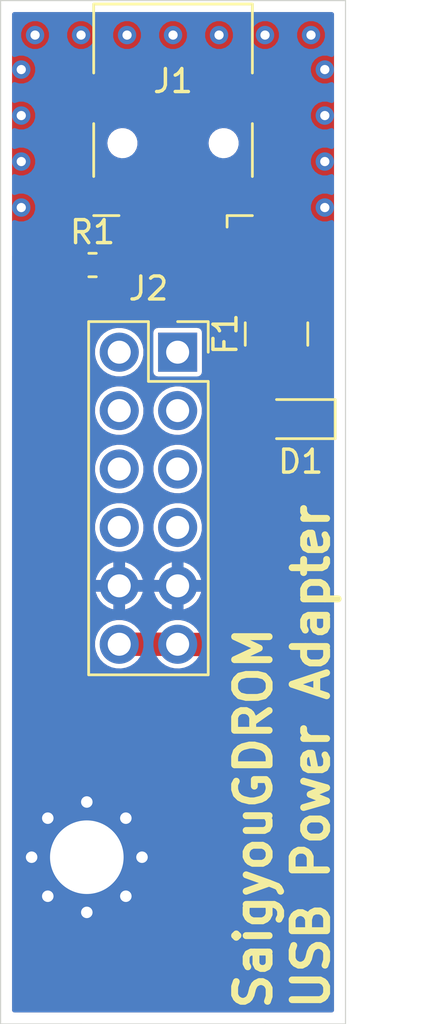
<source format=kicad_pcb>
(kicad_pcb (version 20200518) (host pcbnew "(5.99.0-1907-g1c46bf195)")

  (general
    (thickness 1.6)
    (drawings 8)
    (tracks 37)
    (modules 6)
    (nets 16)
  )

  (paper "A4")
  (layers
    (0 "F.Cu" signal)
    (31 "B.Cu" signal)
    (32 "B.Adhes" user)
    (33 "F.Adhes" user)
    (34 "B.Paste" user)
    (35 "F.Paste" user)
    (36 "B.SilkS" user)
    (37 "F.SilkS" user)
    (38 "B.Mask" user)
    (39 "F.Mask" user)
    (40 "Dwgs.User" user)
    (41 "Cmts.User" user)
    (42 "Eco1.User" user)
    (43 "Eco2.User" user)
    (44 "Edge.Cuts" user)
    (45 "Margin" user)
    (46 "B.CrtYd" user)
    (47 "F.CrtYd" user)
    (48 "B.Fab" user)
    (49 "F.Fab" user)
  )

  (setup
    (stackup
      (layer "F.SilkS" (type "Top Silk Screen"))
      (layer "F.Paste" (type "Top Solder Paste"))
      (layer "F.Mask" (type "Top Solder Mask") (color "Green") (thickness 0.01))
      (layer "F.Cu" (type "copper") (thickness 0.035))
      (layer "dielectric 1" (type "core") (thickness 1.51) (material "FR4") (epsilon_r 4.5) (loss_tangent 0.02))
      (layer "B.Cu" (type "copper") (thickness 0.035))
      (layer "B.Mask" (type "Bottom Solder Mask") (color "Green") (thickness 0.01))
      (layer "B.Paste" (type "Bottom Solder Paste"))
      (layer "B.SilkS" (type "Bottom Silk Screen"))
      (copper_finish "None")
      (dielectric_constraints no)
    )
    (last_trace_width 0.2032)
    (user_trace_width 0.254)
    (user_trace_width 0.508)
    (user_trace_width 1.016)
    (trace_clearance 0.2032)
    (zone_clearance 0.2032)
    (zone_45_only no)
    (trace_min 0.2032)
    (clearance_min 0.2032)
    (via_min_annulus 0.05)
    (via_min_size 0.4)
    (through_hole_min 0.4)
    (hole_to_hole_min 0.3)
    (via_size 0.8)
    (via_drill 0.4)
    (user_via 2 1)
    (uvia_size 0.3)
    (uvia_drill 0.1)
    (uvias_allowed no)
    (uvia_min_size 0.2)
    (uvia_min_drill 0.1)
    (max_error 0.005)
    (defaults
      (edge_clearance 0.5)
      (edge_cuts_line_width 0.05)
      (courtyard_line_width 0.05)
      (copper_line_width 0.2)
      (copper_text_dims (size 1.5 1.5) (thickness 0.3))
      (silk_line_width 0.12)
      (silk_text_dims (size 1 1) (thickness 0.15))
      (fab_layers_line_width 0.1)
      (fab_layers_text_dims (size 1 1) (thickness 0.15))
      (other_layers_line_width 0.1)
      (other_layers_text_dims (size 1 1) (thickness 0.15))
      (dimension_units 0)
      (dimension_precision 1)
    )
    (pad_size 1.524 1.524)
    (pad_drill 0.762)
    (pad_to_mask_clearance 0.05)
    (aux_axis_origin 141.8 115.8)
    (grid_origin 141.8 115.8)
    (visible_elements FFFFFF7F)
    (pcbplotparams
      (layerselection 0x010fc_ffffffff)
      (usegerberextensions false)
      (usegerberattributes true)
      (usegerberadvancedattributes true)
      (creategerberjobfile true)
      (svguseinch false)
      (svgprecision 6)
      (excludeedgelayer true)
      (linewidth 0.100000)
      (plotframeref false)
      (viasonmask false)
      (mode 1)
      (useauxorigin false)
      (hpglpennumber 1)
      (hpglpenspeed 20)
      (hpglpendiameter 15.000000)
      (psnegative false)
      (psa4output false)
      (plotreference true)
      (plotvalue true)
      (plotinvisibletext false)
      (sketchpadsonfab false)
      (subtractmaskfromsilk false)
      (outputformat 1)
      (mirror false)
      (drillshape 1)
      (scaleselection 1)
      (outputdirectory "")
    )
  )

  (net 0 "")
  (net 1 "Net-(F1-Pad2)")
  (net 2 "GND")
  (net 3 "Net-(J1-Pad6)")
  (net 4 "Net-(J1-Pad4)")
  (net 5 "Net-(J1-Pad3)")
  (net 6 "Net-(J1-Pad2)")
  (net 7 "Net-(J2-Pad10)")
  (net 8 "Net-(J2-Pad4)")
  (net 9 "Net-(J2-Pad9)")
  (net 10 "Net-(J2-Pad3)")
  (net 11 "Net-(J2-Pad8)")
  (net 12 "Net-(J2-Pad2)")
  (net 13 "Net-(J2-Pad7)")
  (net 14 "Net-(J2-Pad1)")
  (net 15 "Net-(D1-Pad2)")

  (net_class "Default" "This is the default net class."
    (clearance 0.2032)
    (trace_width 0.2032)
    (via_dia 0.8)
    (via_drill 0.4)
    (uvia_dia 0.3)
    (uvia_drill 0.1)
    (diff_pair_width 0.2032)
    (diff_pair_gap 0.25)
    (add_net "GND")
    (add_net "Net-(D1-Pad2)")
    (add_net "Net-(F1-Pad2)")
    (add_net "Net-(J1-Pad2)")
    (add_net "Net-(J1-Pad3)")
    (add_net "Net-(J1-Pad4)")
    (add_net "Net-(J1-Pad6)")
    (add_net "Net-(J2-Pad1)")
    (add_net "Net-(J2-Pad10)")
    (add_net "Net-(J2-Pad2)")
    (add_net "Net-(J2-Pad3)")
    (add_net "Net-(J2-Pad4)")
    (add_net "Net-(J2-Pad7)")
    (add_net "Net-(J2-Pad8)")
    (add_net "Net-(J2-Pad9)")
  )

  (module "Diode_SMD:D_SOD-323" (layer "F.Cu") (tedit 58641739) (tstamp 0d3d8034-b9f3-4ccf-ab0f-27774bac54c3)
    (at 154.85 89.5 180)
    (descr "SOD-323")
    (tags "SOD-323")
    (path "/26a1a3f2-d4f0-4605-a34a-54691c718658")
    (attr smd)
    (fp_text reference "D1" (at 0 -1.85) (layer "F.SilkS")
      (effects (font (size 1 1) (thickness 0.15)))
    )
    (fp_text value "LESD3Z5.0CMT1G" (at 0.1 1.9) (layer "F.Fab")
      (effects (font (size 1 1) (thickness 0.15)))
    )
    (fp_line (start -1.5 -0.85) (end 1.05 -0.85) (layer "F.SilkS") (width 0.12))
    (fp_line (start -1.5 0.85) (end 1.05 0.85) (layer "F.SilkS") (width 0.12))
    (fp_line (start -1.6 -0.95) (end -1.6 0.95) (layer "F.CrtYd") (width 0.05))
    (fp_line (start -1.6 0.95) (end 1.6 0.95) (layer "F.CrtYd") (width 0.05))
    (fp_line (start 1.6 -0.95) (end 1.6 0.95) (layer "F.CrtYd") (width 0.05))
    (fp_line (start -1.6 -0.95) (end 1.6 -0.95) (layer "F.CrtYd") (width 0.05))
    (fp_line (start -0.9 -0.7) (end 0.9 -0.7) (layer "F.Fab") (width 0.1))
    (fp_line (start 0.9 -0.7) (end 0.9 0.7) (layer "F.Fab") (width 0.1))
    (fp_line (start 0.9 0.7) (end -0.9 0.7) (layer "F.Fab") (width 0.1))
    (fp_line (start -0.9 0.7) (end -0.9 -0.7) (layer "F.Fab") (width 0.1))
    (fp_line (start -0.3 -0.35) (end -0.3 0.35) (layer "F.Fab") (width 0.1))
    (fp_line (start -0.3 0) (end -0.5 0) (layer "F.Fab") (width 0.1))
    (fp_line (start -0.3 0) (end 0.2 -0.35) (layer "F.Fab") (width 0.1))
    (fp_line (start 0.2 -0.35) (end 0.2 0.35) (layer "F.Fab") (width 0.1))
    (fp_line (start 0.2 0.35) (end -0.3 0) (layer "F.Fab") (width 0.1))
    (fp_line (start 0.2 0) (end 0.45 0) (layer "F.Fab") (width 0.1))
    (fp_line (start -1.5 -0.85) (end -1.5 0.85) (layer "F.SilkS") (width 0.12))
    (fp_text user "${REFERENCE}" (at 0 -1.85) (layer "F.Fab")
      (effects (font (size 1 1) (thickness 0.15)))
    )
    (pad "2" smd rect (at 1.05 0 180) (size 0.6 0.45) (layers "F.Cu" "F.Paste" "F.Mask")
      (net 15 "Net-(D1-Pad2)") (pinfunction "A2") (tstamp 012fe6e3-2a42-4ef8-8461-0ff1043a9914))
    (pad "1" smd rect (at -1.05 0 180) (size 0.6 0.45) (layers "F.Cu" "F.Paste" "F.Mask")
      (net 2 "GND") (pinfunction "A1") (tstamp 8d001774-e802-4b87-af61-9e37bb9d066a))
    (model "${KISYS3DMOD}/Diode_SMD.3dshapes/D_SOD-323.wrl"
      (at (xyz 0 0 0))
      (scale (xyz 1 1 1))
      (rotate (xyz 0 0 0))
    )
  )

  (module "Resistor_SMD:R_0603_1608Metric" (layer "F.Cu") (tedit 5B301BBD) (tstamp 3197144b-be17-4b60-b200-bedc606fbf9b)
    (at 145.8 82.8)
    (descr "Resistor SMD 0603 (1608 Metric), square (rectangular) end terminal, IPC_7351 nominal, (Body size source: http://www.tortai-tech.com/upload/download/2011102023233369053.pdf), generated with kicad-footprint-generator")
    (tags "resistor")
    (path "/3efcb82b-af28-402a-9b7e-ac18cedf21c0")
    (attr smd)
    (fp_text reference "R1" (at 0 -1.43) (layer "F.SilkS")
      (effects (font (size 1 1) (thickness 0.15)))
    )
    (fp_text value "1M" (at 0 1.43) (layer "F.Fab")
      (effects (font (size 1 1) (thickness 0.15)))
    )
    (fp_text user "${REFERENCE}" (at 0 0) (layer "F.Fab")
      (effects (font (size 0.4 0.4) (thickness 0.06)))
    )
    (fp_line (start 1.48 0.73) (end -1.48 0.73) (layer "F.CrtYd") (width 0.05))
    (fp_line (start 1.48 -0.73) (end 1.48 0.73) (layer "F.CrtYd") (width 0.05))
    (fp_line (start -1.48 -0.73) (end 1.48 -0.73) (layer "F.CrtYd") (width 0.05))
    (fp_line (start -1.48 0.73) (end -1.48 -0.73) (layer "F.CrtYd") (width 0.05))
    (fp_line (start -0.162779 0.51) (end 0.162779 0.51) (layer "F.SilkS") (width 0.12))
    (fp_line (start -0.162779 -0.51) (end 0.162779 -0.51) (layer "F.SilkS") (width 0.12))
    (fp_line (start 0.8 0.4) (end -0.8 0.4) (layer "F.Fab") (width 0.1))
    (fp_line (start 0.8 -0.4) (end 0.8 0.4) (layer "F.Fab") (width 0.1))
    (fp_line (start -0.8 -0.4) (end 0.8 -0.4) (layer "F.Fab") (width 0.1))
    (fp_line (start -0.8 0.4) (end -0.8 -0.4) (layer "F.Fab") (width 0.1))
    (pad "2" smd roundrect (at 0.7875 0) (size 0.875 0.95) (layers "F.Cu" "F.Paste" "F.Mask") (roundrect_rratio 0.25)
      (net 2 "GND") (tstamp 64e825d5-af34-4147-993b-664f9ba4d0ef))
    (pad "1" smd roundrect (at -0.7875 0) (size 0.875 0.95) (layers "F.Cu" "F.Paste" "F.Mask") (roundrect_rratio 0.25)
      (net 3 "Net-(J1-Pad6)") (tstamp a620d289-0ded-4209-98c8-6343802f4704))
    (model "${KISYS3DMOD}/Resistor_SMD.3dshapes/R_0603_1608Metric.wrl"
      (at (xyz 0 0 0))
      (scale (xyz 1 1 1))
      (rotate (xyz 0 0 0))
    )
  )

  (module "iceGDROM:PMOD_Host_2x06_P2.54mm_Vertical" (layer "F.Cu") (tedit 5DD9E471) (tstamp fcb95276-80a5-4a36-a764-e7a29656b14f)
    (at 149.5 86.59)
    (descr "Through hole straight socket strip, 2x06, 2.54mm pitch, double cols (from Kicad 4.0.7), script generated")
    (tags "Through hole socket strip THT 2x06 2.54mm double row")
    (path "/88c777d6-a93c-45a2-a67b-afa9b176dd74")
    (fp_text reference "J2" (at -1.27 -2.77) (layer "F.SilkS")
      (effects (font (size 1 1) (thickness 0.15)))
    )
    (fp_text value "PMOD" (at -1.27 15.47) (layer "F.Fab")
      (effects (font (size 1 1) (thickness 0.15)))
    )
    (fp_text user "${REFERENCE}" (at -1.27 6.35 90) (layer "F.Fab")
      (effects (font (size 1 1) (thickness 0.15)))
    )
    (fp_line (start -4.34 14.45) (end -4.34 -1.8) (layer "F.CrtYd") (width 0.05))
    (fp_line (start 1.76 14.45) (end -4.34 14.45) (layer "F.CrtYd") (width 0.05))
    (fp_line (start 1.76 -1.8) (end 1.76 14.45) (layer "F.CrtYd") (width 0.05))
    (fp_line (start -4.34 -1.8) (end 1.76 -1.8) (layer "F.CrtYd") (width 0.05))
    (fp_line (start 0 -1.33) (end 1.33 -1.33) (layer "F.SilkS") (width 0.12))
    (fp_line (start 1.33 -1.33) (end 1.33 0) (layer "F.SilkS") (width 0.12))
    (fp_line (start -1.27 -1.33) (end -1.27 1.27) (layer "F.SilkS") (width 0.12))
    (fp_line (start -1.27 1.27) (end 1.33 1.27) (layer "F.SilkS") (width 0.12))
    (fp_line (start 1.33 1.27) (end 1.33 14.03) (layer "F.SilkS") (width 0.12))
    (fp_line (start -3.87 14.03) (end 1.33 14.03) (layer "F.SilkS") (width 0.12))
    (fp_line (start -3.87 -1.33) (end -3.87 14.03) (layer "F.SilkS") (width 0.12))
    (fp_line (start -3.87 -1.33) (end -1.27 -1.33) (layer "F.SilkS") (width 0.12))
    (fp_line (start -3.81 13.97) (end -3.81 -1.27) (layer "F.Fab") (width 0.1))
    (fp_line (start 1.27 13.97) (end -3.81 13.97) (layer "F.Fab") (width 0.1))
    (fp_line (start 1.27 -0.27) (end 1.27 13.97) (layer "F.Fab") (width 0.1))
    (fp_line (start 0.27 -1.27) (end 1.27 -0.27) (layer "F.Fab") (width 0.1))
    (fp_line (start -3.81 -1.27) (end 0.27 -1.27) (layer "F.Fab") (width 0.1))
    (pad "12" thru_hole oval (at -2.54 12.7) (size 1.7 1.7) (drill 1) (layers *.Cu *.Mask)
      (net 15 "Net-(D1-Pad2)") (pinfunction "Pin_12") (tstamp 32426c83-00c5-44c7-b0fc-5c2a0153353e))
    (pad "6" thru_hole oval (at 0 12.7) (size 1.7 1.7) (drill 1) (layers *.Cu *.Mask)
      (net 15 "Net-(D1-Pad2)") (pinfunction "Pin_6") (tstamp 1472aee3-9363-453a-a19c-191b16c3b629))
    (pad "11" thru_hole oval (at -2.54 10.16) (size 1.7 1.7) (drill 1) (layers *.Cu *.Mask)
      (net 2 "GND") (pinfunction "Pin_11") (tstamp 9d25b9fb-d1a7-42bb-8700-67d2f65c4ca2))
    (pad "5" thru_hole oval (at 0 10.16) (size 1.7 1.7) (drill 1) (layers *.Cu *.Mask)
      (net 2 "GND") (pinfunction "Pin_5") (tstamp 99c083b9-fcf1-4289-a274-19a6192f7d85))
    (pad "10" thru_hole oval (at -2.54 7.62) (size 1.7 1.7) (drill 1) (layers *.Cu *.Mask)
      (net 7 "Net-(J2-Pad10)") (pinfunction "Pin_10") (tstamp 177714d4-1798-4d74-aa16-28d8dda106c8))
    (pad "4" thru_hole oval (at 0 7.62) (size 1.7 1.7) (drill 1) (layers *.Cu *.Mask)
      (net 8 "Net-(J2-Pad4)") (pinfunction "Pin_4") (tstamp 7f39fce8-a44f-4c9d-87aa-ad537de0363e))
    (pad "9" thru_hole oval (at -2.54 5.08) (size 1.7 1.7) (drill 1) (layers *.Cu *.Mask)
      (net 9 "Net-(J2-Pad9)") (pinfunction "Pin_9") (tstamp 1149a915-da3f-4fd7-953b-8e041a220dbe))
    (pad "3" thru_hole oval (at 0 5.08) (size 1.7 1.7) (drill 1) (layers *.Cu *.Mask)
      (net 10 "Net-(J2-Pad3)") (pinfunction "Pin_3") (tstamp 99978552-60fd-4e7c-8374-2cefcfbac9d9))
    (pad "8" thru_hole oval (at -2.54 2.54) (size 1.7 1.7) (drill 1) (layers *.Cu *.Mask)
      (net 11 "Net-(J2-Pad8)") (pinfunction "Pin_8") (tstamp 0502fc51-0b10-4af7-ade1-98e2c98508ac))
    (pad "2" thru_hole oval (at 0 2.54) (size 1.7 1.7) (drill 1) (layers *.Cu *.Mask)
      (net 12 "Net-(J2-Pad2)") (pinfunction "Pin_2") (tstamp 5f6c19dd-88be-47db-8731-9fc29cd9096a))
    (pad "7" thru_hole oval (at -2.54 0) (size 1.7 1.7) (drill 1) (layers *.Cu *.Mask)
      (net 13 "Net-(J2-Pad7)") (pinfunction "Pin_7") (tstamp 511ddeab-9b47-4e89-8ffb-c001cf82c8db))
    (pad "1" thru_hole rect (at 0 0) (size 1.7 1.7) (drill 1) (layers *.Cu *.Mask)
      (net 14 "Net-(J2-Pad1)") (pinfunction "Pin_1") (tstamp 6cb33522-dfbd-4c6e-9f97-a37a6d983e49))
    (model "${KISYS3DMOD}/Connector_PinSocket_2.54mm.3dshapes/PinSocket_2x06_P2.54mm_Vertical.wrl"
      (at (xyz 0 0 0))
      (scale (xyz 1 1 1))
      (rotate (xyz 0 0 0))
    )
  )

  (module "iceGDROM:USB_Mini-B_Molex_657031020_Horizontal" (layer "F.Cu") (tedit 5EA41314) (tstamp c0fe4056-1dc2-4a35-9330-1a5a001a400f)
    (at 149.3 76.05)
    (descr "USB Mini-B 5-pin SMD connector, https://www.molex.com/pdm_docs/sd/675031020_sd.pdf")
    (tags "USB USB_B USB_Mini connector")
    (path "/b85f4c80-471b-4fbf-905a-65d2e6e52f38")
    (attr smd)
    (fp_text reference "J1" (at 0 -1.25) (layer "F.SilkS")
      (effects (font (size 1 1) (thickness 0.15)))
    )
    (fp_text value "USB_B_Mini" (at 0 6.5) (layer "F.Fab")
      (effects (font (size 1 1) (thickness 0.15)))
    )
    (fp_line (start 2.35 4.6) (end 2.35 5.1) (layer "F.SilkS") (width 0.12))
    (fp_line (start -3.45 0.6) (end -3.45 2.9) (layer "F.SilkS") (width 0.12))
    (fp_line (start -3.45 4.6) (end -2.35 4.6) (layer "F.SilkS") (width 0.12))
    (fp_line (start 3.45 4.6) (end 2.35 4.6) (layer "F.SilkS") (width 0.12))
    (fp_line (start 3.45 0.6) (end 3.45 2.9) (layer "F.SilkS") (width 0.12))
    (fp_line (start 3.45 -4.6) (end 3.45 -1.6) (layer "F.SilkS") (width 0.12))
    (fp_line (start -3.45 -4.6) (end 3.45 -4.6) (layer "F.SilkS") (width 0.12))
    (fp_line (start -3.45 -1.6) (end -3.45 -4.6) (layer "F.SilkS") (width 0.12))
    (fp_line (start -4.45 0.5) (end -3.35 0.5) (layer "F.Fab") (width 0.12))
    (fp_line (start 4.45 4.5) (end 4.45 3) (layer "F.Fab") (width 0.12))
    (fp_line (start 4.45 0.5) (end 4.45 -1.5) (layer "F.Fab") (width 0.12))
    (fp_line (start 4.45 -1.5) (end 3.35 -1.5) (layer "F.Fab") (width 0.12))
    (fp_line (start 4.45 0.5) (end 3.35 0.5) (layer "F.Fab") (width 0.12))
    (fp_line (start 4.45 3) (end 3.35 3) (layer "F.Fab") (width 0.12))
    (fp_line (start 3.35 4.5) (end 4.45 4.5) (layer "F.Fab") (width 0.12))
    (fp_line (start -4.4 4.5) (end -3.35 4.5) (layer "F.Fab") (width 0.12))
    (fp_line (start -4.4 3) (end -4.4 4.5) (layer "F.Fab") (width 0.12))
    (fp_line (start -3.35 3) (end -4.4 3) (layer "F.Fab") (width 0.12))
    (fp_line (start -4.45 -1.5) (end -4.45 0.5) (layer "F.Fab") (width 0.12))
    (fp_line (start -4.45 -1.5) (end -3.35 -1.5) (layer "F.Fab") (width 0.12))
    (fp_line (start -3.35 4.5) (end 3.35 4.5) (layer "F.Fab") (width 0.12))
    (fp_line (start -3.35 4.5) (end -3.35 -4.5) (layer "F.Fab") (width 0.12))
    (fp_line (start -3.35 -4.5) (end 3.35 -4.5) (layer "F.Fab") (width 0.12))
    (fp_line (start 3.35 4.5) (end 3.35 -4.5) (layer "F.Fab") (width 0.12))
    (pad "6" smd rect (at -4.925 -0.5 90) (size 4 2.05) (layers "F.Cu" "F.Paste" "F.Mask")
      (net 3 "Net-(J1-Pad6)") (pinfunction "Shield") (tstamp 469c83e4-2efc-4bd7-a505-2f13ce1b1519))
    (pad "6" smd rect (at 4.925 -0.5 90) (size 4 2.05) (layers "F.Cu" "F.Paste" "F.Mask")
      (net 3 "Net-(J1-Pad6)") (pinfunction "Shield") (tstamp 5a49d378-25e7-48fa-b3df-50c9f7b55690))
    (pad "6" smd rect (at -4.925 3.75 90) (size 3.5 2.05) (layers "F.Cu" "F.Paste" "F.Mask")
      (net 3 "Net-(J1-Pad6)") (pinfunction "Shield") (tstamp 9e32ae6b-4da9-4bde-bf3b-626941f49bdd))
    (pad "6" smd rect (at 4.925 3.75 90) (size 3.5 2.05) (layers "F.Cu" "F.Paste" "F.Mask")
      (net 3 "Net-(J1-Pad6)") (pinfunction "Shield") (tstamp 56de9533-f55d-4741-86a5-476c7d86fb77))
    (pad "" np_thru_hole circle (at 2.2 1.45 90) (size 0.9 0.9) (drill 0.9) (layers *.Cu *.Mask) (tstamp d914f8b4-8ea1-4217-8ed0-8c315ca67940))
    (pad "" np_thru_hole circle (at -2.2 1.45 90) (size 0.9 0.9) (drill 0.9) (layers *.Cu *.Mask) (tstamp f276e4db-97c6-4a56-909c-a3d8c28407cd))
    (pad "5" smd rect (at -1.6 3.75) (size 0.5 2.25) (layers "F.Cu" "F.Paste" "F.Mask")
      (net 2 "GND") (pinfunction "GND") (tstamp e0980f3b-bc73-4c02-889c-8042f29b906a))
    (pad "4" smd rect (at -0.8 3.75) (size 0.5 2.25) (layers "F.Cu" "F.Paste" "F.Mask")
      (net 4 "Net-(J1-Pad4)") (pinfunction "ID") (tstamp 7c6ec847-e60a-4ae7-a5b3-5a4a1ca3b7c4))
    (pad "3" smd rect (at 0 3.75) (size 0.5 2.25) (layers "F.Cu" "F.Paste" "F.Mask")
      (net 5 "Net-(J1-Pad3)") (pinfunction "D+") (tstamp dc77ca35-663b-4bd9-bfd7-7212fcf4fa50))
    (pad "2" smd rect (at 0.8 3.75) (size 0.5 2.25) (layers "F.Cu" "F.Paste" "F.Mask")
      (net 6 "Net-(J1-Pad2)") (pinfunction "D-") (tstamp d3f598b4-3548-478d-9521-77870ba08735))
    (pad "1" smd rect (at 1.6 3.75) (size 0.5 2.25) (layers "F.Cu" "F.Paste" "F.Mask")
      (net 1 "Net-(F1-Pad2)") (pinfunction "VBUS") (tstamp b1690985-64db-4abf-9a00-aa2788bdd593))
  )

  (module "Fuse:Fuse_1210_3225Metric_Castellated" (layer "F.Cu") (tedit 5E627E60) (tstamp c50ff904-806b-422e-a28c-311fe9b2f98c)
    (at 153.8 85.8 90)
    (descr "Fuse SMD 1210 (3225 Metric), castellated end terminal, IPC_7351. (Body size source: http://www.tortai-tech.com/upload/download/2011102023233369053.pdf), generated with kicad-footprint-generator")
    (tags "fuse castellated")
    (path "/f7629e54-13f8-4981-a7db-ba082f21b65e")
    (attr smd)
    (fp_text reference "F1" (at 0 -2.22 90) (layer "F.SilkS")
      (effects (font (size 1 1) (thickness 0.15)))
    )
    (fp_text value "1A" (at 0 2.22 90) (layer "F.Fab")
      (effects (font (size 1 1) (thickness 0.15)))
    )
    (fp_text user "${REFERENCE}" (at 0 0 90) (layer "F.Fab")
      (effects (font (size 0.8 0.8) (thickness 0.12)))
    )
    (fp_line (start 2.48 1.52) (end -2.48 1.52) (layer "F.CrtYd") (width 0.05))
    (fp_line (start 2.48 -1.52) (end 2.48 1.52) (layer "F.CrtYd") (width 0.05))
    (fp_line (start -2.48 -1.52) (end 2.48 -1.52) (layer "F.CrtYd") (width 0.05))
    (fp_line (start -2.48 1.52) (end -2.48 -1.52) (layer "F.CrtYd") (width 0.05))
    (fp_line (start -0.490455 1.36) (end 0.490455 1.36) (layer "F.SilkS") (width 0.12))
    (fp_line (start -0.490455 -1.36) (end 0.490455 -1.36) (layer "F.SilkS") (width 0.12))
    (fp_line (start 1.6 1.25) (end -1.6 1.25) (layer "F.Fab") (width 0.1))
    (fp_line (start 1.6 -1.25) (end 1.6 1.25) (layer "F.Fab") (width 0.1))
    (fp_line (start -1.6 -1.25) (end 1.6 -1.25) (layer "F.Fab") (width 0.1))
    (fp_line (start -1.6 1.25) (end -1.6 -1.25) (layer "F.Fab") (width 0.1))
    (pad "2" smd roundrect (at 1.425 0 90) (size 1.6 2.55) (layers "F.Cu" "F.Paste" "F.Mask") (roundrect_rratio 0.15625)
      (net 1 "Net-(F1-Pad2)") (tstamp 662673ac-14d8-49e1-9363-8d9c57d0798f))
    (pad "1" smd roundrect (at -1.425 0 90) (size 1.6 2.55) (layers "F.Cu" "F.Paste" "F.Mask") (roundrect_rratio 0.15625)
      (net 15 "Net-(D1-Pad2)") (tstamp 213c2955-71f5-48f7-b54f-eb330b55a469))
    (model "${KISYS3DMOD}/Fuse.3dshapes/Fuse_1210_3225Metric_Castellated.wrl"
      (at (xyz 0 0 0))
      (scale (xyz 1 1 1))
      (rotate (xyz 0 0 0))
    )
  )

  (module "MountingHole:MountingHole_3.2mm_M3_Pad_Via" (layer "F.Cu") (tedit 56DDBCCA) (tstamp 00000000-0000-0000-0000-00005d3f1551)
    (at 145.55 108.55)
    (descr "Mounting Hole 3.2mm, M3")
    (tags "mounting hole 3.2mm m3")
    (path "/d57398f0-db50-40ef-b8dd-e4c2fdcf5f72")
    (zone_connect 2)
    (attr virtual)
    (fp_text reference "H1" (at 0 -4.2) (layer "F.SilkS") hide
      (effects (font (size 1 1) (thickness 0.15)))
    )
    (fp_text value "MountingHole_Pad" (at 0 4.2) (layer "F.Fab") hide
      (effects (font (size 1 1) (thickness 0.15)))
    )
    (fp_circle (center 0 0) (end 3.45 0) (layer "F.CrtYd") (width 0.05))
    (fp_circle (center 0 0) (end 3.2 0) (layer "Cmts.User") (width 0.15))
    (fp_text user "${REFERENCE}" (at 0.3 0) (layer "F.Fab")
      (effects (font (size 1 1) (thickness 0.15)))
    )
    (pad "1" thru_hole circle (at 1.697056 -1.697056) (size 0.8 0.8) (drill 0.5) (layers *.Cu *.Mask)
      (net 2 "GND") (pinfunction "1") (zone_connect 2) (tstamp 4723ef0c-d9a1-4b86-b4af-07f6575c3157))
    (pad "1" thru_hole circle (at 0 -2.4) (size 0.8 0.8) (drill 0.5) (layers *.Cu *.Mask)
      (net 2 "GND") (pinfunction "1") (zone_connect 2) (tstamp d8608bc1-e6d9-4cd1-b9e3-caead26cfebf))
    (pad "1" thru_hole circle (at -1.697056 -1.697056) (size 0.8 0.8) (drill 0.5) (layers *.Cu *.Mask)
      (net 2 "GND") (pinfunction "1") (zone_connect 2) (tstamp ea2e83bb-ee0b-47f9-b58e-039d37da5cad))
    (pad "1" thru_hole circle (at -2.4 0) (size 0.8 0.8) (drill 0.5) (layers *.Cu *.Mask)
      (net 2 "GND") (pinfunction "1") (zone_connect 2) (tstamp 652b4cbd-146e-4f6d-a049-5bb2e0beeeab))
    (pad "1" thru_hole circle (at -1.697056 1.697056) (size 0.8 0.8) (drill 0.5) (layers *.Cu *.Mask)
      (net 2 "GND") (pinfunction "1") (zone_connect 2) (tstamp 4b7de2f2-81e0-4c8f-842e-8afe570603d0))
    (pad "1" thru_hole circle (at 0 2.4) (size 0.8 0.8) (drill 0.5) (layers *.Cu *.Mask)
      (net 2 "GND") (pinfunction "1") (zone_connect 2) (tstamp 7cd8f3b6-e39e-4c21-bc62-1a1c6653b49a))
    (pad "1" thru_hole circle (at 1.697056 1.697056) (size 0.8 0.8) (drill 0.5) (layers *.Cu *.Mask)
      (net 2 "GND") (pinfunction "1") (zone_connect 2) (tstamp 2c658e5d-ac08-426e-92d8-31baeb568f89))
    (pad "1" thru_hole circle (at 2.4 0) (size 0.8 0.8) (drill 0.5) (layers *.Cu *.Mask)
      (net 2 "GND") (pinfunction "1") (zone_connect 2) (tstamp 9b3446cc-097a-4ca5-8997-8e7b893fe1ec))
    (pad "1" thru_hole circle (at 0 0) (size 6.4 6.4) (drill 3.2) (layers *.Cu *.Mask)
      (net 2 "GND") (pinfunction "1") (zone_connect 2) (tstamp 6663f20a-be99-4b13-b7b4-b6f8fec2020a))
  )

  (gr_text "USB Power Adapter" (at 155.3 115.3 90) (layer "F.SilkS") (tstamp 826ce73e-6912-4eed-a84d-da6094849047)
    (effects (font (size 1.5 1.5) (thickness 0.3)) (justify left))
  )
  (gr_text "SaigyouGDROM" (at 152.8 115.3 90) (layer "F.SilkS") (tstamp 9b7ce4a5-b5da-40ba-8eb5-b3d1998e0337)
    (effects (font (size 1.5 1.5) (thickness 0.3)) (justify left))
  )
  (gr_line (start 141.8 115.8) (end 141.8 71.3) (layer "Edge.Cuts") (width 0.05) (tstamp 8533ba72-6089-4d21-ab70-0059b9069998))
  (gr_line (start 153.3 115.8) (end 145.3 115.8) (layer "Edge.Cuts") (width 0.05) (tstamp 11abb7a8-fb40-4cc6-97f1-16dfd107561c))
  (gr_line (start 156.8 71.3) (end 156.8 115.8) (layer "Edge.Cuts") (width 0.05) (tstamp 6209aedd-40d1-4fcf-bed7-488b271bf005))
  (gr_line (start 153.3 115.8) (end 156.8 115.8) (layer "Edge.Cuts") (width 0.05) (tstamp 67f7f663-224b-4e95-8ae0-e5a97eaf2f33))
  (gr_line (start 141.8 115.8) (end 145.3 115.8) (layer "Edge.Cuts") (width 0.05) (tstamp 63139bea-ad6f-400f-ae88-b5270b51af71))
  (gr_line (start 156.8 71.3) (end 141.8 71.3) (layer "Edge.Cuts") (width 0.05) (tstamp 6a730aeb-8d2a-455c-b9e1-822353092d7e))

  (segment (start 153.8 87.225) (end 153.8 99.3) (width 1.016) (layer "F.Cu") (net 15) (tstamp 34c9ae6c-1acf-44fc-9ad7-dd569076e2d1) (status 8000))
  (segment (start 153.8 99.3) (end 149.51 99.3) (width 1.016) (layer "F.Cu") (net 15) (tstamp e5ee4c06-8a30-42ea-b7a4-cdcf14bd43e9) (status 8000))
  (segment (start 142.7 80.3) (end 143.875 80.3) (width 0.508) (layer "F.Cu") (net 3) (tstamp ea4ebc37-9433-48bd-b6bb-d5fe05060d23))
  (segment (start 143.875 80.3) (end 144.375 79.8) (width 0.508) (layer "F.Cu") (net 3) (tstamp a15eb402-62ae-4556-95a8-71f1c2b220ad))
  (segment (start 155.9 74.3) (end 155.9 80.3) (width 0.508) (layer "F.Cu") (net 3) (tstamp 4164d745-3ddd-443a-ace1-ab50404581da))
  (segment (start 155.3 72.8) (end 155.3 73.7) (width 0.508) (layer "F.Cu") (net 3) (tstamp 357ccfb5-3585-4817-883a-a0f8bca09169))
  (segment (start 155.3 73.7) (end 155.9 74.3) (width 0.508) (layer "F.Cu") (net 3) (tstamp ca4de96d-9189-446d-a6cc-c296190f3913))
  (segment (start 143.3 72.8) (end 155.3 72.8) (width 0.508) (layer "F.Cu") (net 3) (tstamp c7928cff-fd01-4d48-99d9-5b191f54eb46))
  (segment (start 142.7 74.3) (end 142.7 73.4) (width 0.508) (layer "F.Cu") (net 3) (tstamp ca644eb8-ffbf-4e71-b91e-c688e08593ef))
  (segment (start 142.7 73.4) (end 143.3 72.8) (width 0.508) (layer "F.Cu") (net 3) (tstamp 1a32984b-5d0d-4e25-9c76-a7c1e9ed27e2))
  (segment (start 142.7 80.3) (end 142.7 74.3) (width 0.508) (layer "F.Cu") (net 3) (tstamp 2aaa2468-15b0-436d-b984-45dd3b4d3f8a))
  (segment (start 145.0125 82.8) (end 145.0125 80.4375) (width 0.508) (layer "F.Cu") (net 3) (tstamp 566d7a3b-08a0-4021-bdc3-15010ea3dee6))
  (segment (start 145.0125 80.4375) (end 144.375 79.8) (width 0.508) (layer "F.Cu") (net 3) (tstamp fbf03d68-5fe3-4477-b165-06efea06e5e3))
  (segment (start 149.3 72.8) (end 147.125 72.8) (width 0.508) (layer "F.Cu") (net 3) (tstamp fb747ff0-f7c3-47c1-a425-8a093788a1d1))
  (segment (start 147.125 72.8) (end 144.375 75.55) (width 0.508) (layer "F.Cu") (net 3) (tstamp 73c283ae-c7f5-40ad-ae7c-7f76f18f1e5d))
  (via (at 155.9 80.3) (size 0.8) (drill 0.4) (layers "F.Cu" "B.Cu") (net 3) (tstamp bd70d610-92c5-488d-8553-25d4a15f8487))
  (via (at 155.9 78.3) (size 0.8) (drill 0.4) (layers "F.Cu" "B.Cu") (net 3) (tstamp 30ed0a28-5075-45e5-8fb2-c4cb1c977a7b))
  (via (at 155.9 74.3) (size 0.8) (drill 0.4) (layers "F.Cu" "B.Cu") (net 3) (tstamp 29edd574-9ff2-4f20-b0df-168fe89d5532))
  (via (at 155.9 76.3) (size 0.8) (drill 0.4) (layers "F.Cu" "B.Cu") (net 3) (tstamp e0669765-c945-4c6e-a229-aa6fa36bb262))
  (via (at 155.3 72.8) (size 0.8) (drill 0.4) (layers "F.Cu" "B.Cu") (net 3) (tstamp b6ed4899-54c0-4ed0-a44d-17489b87886f))
  (via (at 153.3 72.8) (size 0.8) (drill 0.4) (layers "F.Cu" "B.Cu") (net 3) (tstamp ccd6d3d5-c3fe-45e1-89a6-b41077a4d0ab))
  (via (at 151.3 72.8) (size 0.8) (drill 0.4) (layers "F.Cu" "B.Cu") (net 3) (tstamp 56b12c72-71be-4e76-8cee-39e25215c2d4))
  (via (at 149.3 72.8) (size 0.8) (drill 0.4) (layers "F.Cu" "B.Cu") (net 3) (tstamp 7964a418-4cb7-47bd-a2b0-60475ba5e549))
  (via (at 147.3 72.8) (size 0.8) (drill 0.4) (layers "F.Cu" "B.Cu") (net 3) (tstamp d6455e05-1ef9-45b2-b3d0-8a0027f511e8))
  (via (at 145.3 72.8) (size 0.8) (drill 0.4) (layers "F.Cu" "B.Cu") (net 3) (tstamp 7143738a-b3ce-4af5-93d6-0f999638e41f))
  (segment (start 150.9 79.55) (end 150.9 83.15) (width 0.508) (layer "F.Cu") (net 1) (tstamp 11dc3b4d-636c-4ec6-b9ee-2ff704235937))
  (segment (start 150.9 83.15) (end 152.125 84.375) (width 0.508) (layer "F.Cu") (net 1) (tstamp 8d83604e-8fc7-4bf3-81f1-046ea32c6dcf))
  (segment (start 152.125 84.375) (end 153.8 84.375) (width 0.508) (layer "F.Cu") (net 1) (tstamp 6084bbcc-ee69-4f96-bb89-66782e9c7dc2))
  (via (at 142.7 80.3) (size 0.8) (drill 0.4) (layers "F.Cu" "B.Cu") (net 3) (tstamp 013e8ba8-1de1-4479-bc86-ea51ed641d38))
  (via (at 142.7 78.3) (size 0.8) (drill 0.4) (layers "F.Cu" "B.Cu") (net 3) (tstamp 5cf80976-3661-40da-8eed-9cb62cf3f08b))
  (via (at 142.7 76.3) (size 0.8) (drill 0.4) (layers "F.Cu" "B.Cu") (net 3) (tstamp dfcf99f6-574d-49f9-8f02-6a99eb966db7))
  (via (at 142.7 74.3) (size 0.8) (drill 0.4) (layers "F.Cu" "B.Cu") (net 3) (tstamp a2372a3c-3cca-4949-bce3-9bc1778febf3))
  (via (at 143.3 72.8) (size 0.8) (drill 0.4) (layers "F.Cu" "B.Cu") (net 3) (tstamp a535fa8d-2daa-41f5-a38b-938288ec7b81))
  (segment (start 145.0125 82.8) (end 145.0125 79.6875) (width 0.508) (layer "F.Cu") (net 3) (tstamp bdc080d9-c5b7-48b1-ad22-d0a025028528))
  (segment (start 145.0125 79.6875) (end 144.875 79.55) (width 0.508) (layer "F.Cu") (net 3) (tstamp 07051ab9-a60d-4416-ac20-8a94e70c6462))
  (segment (start 149.5 99.29) (end 146.96 99.29) (width 1.016) (layer "F.Cu") (net 15) (tstamp def16d4b-6197-4731-900f-010480b3dd0a))
  (segment (start 149.51 99.3) (end 149.5 99.29) (width 1.016) (layer "F.Cu") (net 15) (tstamp 9f2bab05-92c7-4714-bf65-d8a7263f57a4) (status 8000))

  (zone (net 3) (net_name "Net-(J1-Pad6)") (layer "F.Cu") (tstamp 6aafe498-d0d6-4139-b9c6-b4c08129157b) (hatch edge 0.508)
    (connect_pads yes (clearance 0.2032))
    (min_thickness 0.2032)
    (fill yes (thermal_gap 0.508) (thermal_bridge_width 0.508))
    (polygon
      (pts
        (xy 156.3 81.8) (xy 142.3 81.8) (xy 142.3 71.8) (xy 156.3 71.8)
      )
    )
    (filled_polygon
      (pts
        (xy 156.1994 81.6994) (xy 151.6038 81.6994) (xy 151.6038 78.297177) (xy 151.603483 78.291541) (xy 151.598699 78.24908)
        (xy 151.636004 78.246733) (xy 151.648438 78.244361) (xy 151.817436 78.18945) (xy 151.828889 78.184061) (xy 151.978922 78.088847)
        (xy 151.988675 78.080778) (xy 152.110317 77.951245) (xy 152.117758 77.941003) (xy 152.203362 77.785288) (xy 152.208021 77.773518)
        (xy 152.252212 77.601406) (xy 152.253799 77.588847) (xy 152.253799 77.411153) (xy 152.252212 77.398594) (xy 152.208021 77.226482)
        (xy 152.203362 77.214712) (xy 152.117758 77.058997) (xy 152.110317 77.048755) (xy 151.988675 76.919222) (xy 151.978922 76.911153)
        (xy 151.828889 76.815939) (xy 151.817436 76.81055) (xy 151.648438 76.755639) (xy 151.636004 76.753267) (xy 151.458659 76.742109)
        (xy 151.446025 76.742904) (xy 151.271478 76.776201) (xy 151.25944 76.780113) (xy 151.098656 76.855771) (xy 151.087968 76.862554)
        (xy 150.951052 76.975821) (xy 150.942387 76.985049) (xy 150.837941 77.128807) (xy 150.831842 77.1399) (xy 150.766429 77.305116)
        (xy 150.763281 77.317377) (xy 150.741009 77.493671) (xy 150.741009 77.506329) (xy 150.763281 77.682623) (xy 150.766429 77.694884)
        (xy 150.831842 77.8601) (xy 150.837941 77.871193) (xy 150.928764 77.9962) (xy 147.668101 77.9962) (xy 147.710317 77.951245)
        (xy 147.717758 77.941003) (xy 147.803362 77.785288) (xy 147.808021 77.773518) (xy 147.852212 77.601406) (xy 147.853799 77.588847)
        (xy 147.853799 77.411153) (xy 147.852212 77.398594) (xy 147.808021 77.226482) (xy 147.803362 77.214712) (xy 147.717758 77.058997)
        (xy 147.710317 77.048755) (xy 147.588675 76.919222) (xy 147.578922 76.911153) (xy 147.428889 76.815939) (xy 147.417436 76.81055)
        (xy 147.248438 76.755639) (xy 147.236004 76.753267) (xy 147.058659 76.742109) (xy 147.046025 76.742904) (xy 146.871478 76.776201)
        (xy 146.85944 76.780113) (xy 146.698656 76.855771) (xy 146.687968 76.862554) (xy 146.551052 76.975821) (xy 146.542387 76.985049)
        (xy 146.437941 77.128807) (xy 146.431842 77.1399) (xy 146.366429 77.305116) (xy 146.363281 77.317377) (xy 146.341009 77.493671)
        (xy 146.341009 77.506329) (xy 146.363281 77.682623) (xy 146.366429 77.694884) (xy 146.431842 77.8601) (xy 146.437941 77.871193)
        (xy 146.542387 78.014951) (xy 146.551052 78.024179) (xy 146.687968 78.137446) (xy 146.698656 78.144229) (xy 146.85944 78.219887)
        (xy 146.871478 78.223799) (xy 147.005183 78.249305) (xy 146.997465 78.283122) (xy 146.9962 78.29435) (xy 146.9962 81.6994)
        (xy 142.4006 81.6994) (xy 142.4006 71.9006) (xy 156.1994 71.9006)
      )
    )
  )
  (zone (net 2) (net_name "GND") (layer "B.Cu") (tstamp 5cadf161-0291-426d-9680-a25052147781) (hatch edge 0.508)
    (connect_pads (clearance 0.2032))
    (min_thickness 0.2032)
    (fill yes (thermal_gap 0.2032) (thermal_bridge_width 0.508))
    (polygon
      (pts
        (xy 156.3 115.3) (xy 142.3 115.3) (xy 142.3 71.8) (xy 156.3 71.8)
      )
    )
    (filled_polygon
      (pts
        (xy 156.1994 73.655159) (xy 156.019411 73.596678) (xy 156.003771 73.594201) (xy 155.796229 73.594201) (xy 155.780589 73.596678)
        (xy 155.583203 73.660812) (xy 155.569094 73.668001) (xy 155.401189 73.789992) (xy 155.389992 73.801189) (xy 155.268001 73.969094)
        (xy 155.260812 73.983203) (xy 155.196678 74.180589) (xy 155.194201 74.196229) (xy 155.194201 74.403771) (xy 155.196678 74.419411)
        (xy 155.260812 74.616797) (xy 155.268001 74.630906) (xy 155.389992 74.798811) (xy 155.401189 74.810008) (xy 155.569094 74.931999)
        (xy 155.583203 74.939188) (xy 155.780589 75.003322) (xy 155.796229 75.005799) (xy 156.003771 75.005799) (xy 156.019411 75.003322)
        (xy 156.1994 74.944841) (xy 156.1994 75.655159) (xy 156.019411 75.596678) (xy 156.003771 75.594201) (xy 155.796229 75.594201)
        (xy 155.780589 75.596678) (xy 155.583203 75.660812) (xy 155.569094 75.668001) (xy 155.401189 75.789992) (xy 155.389992 75.801189)
        (xy 155.268001 75.969094) (xy 155.260812 75.983203) (xy 155.196678 76.180589) (xy 155.194201 76.196229) (xy 155.194201 76.403771)
        (xy 155.196678 76.419411) (xy 155.260812 76.616797) (xy 155.268001 76.630906) (xy 155.389992 76.798811) (xy 155.401189 76.810008)
        (xy 155.569094 76.931999) (xy 155.583203 76.939188) (xy 155.780589 77.003322) (xy 155.796229 77.005799) (xy 156.003771 77.005799)
        (xy 156.019411 77.003322) (xy 156.1994 76.944841) (xy 156.1994 77.655159) (xy 156.019411 77.596678) (xy 156.003771 77.594201)
        (xy 155.796229 77.594201) (xy 155.780589 77.596678) (xy 155.583203 77.660812) (xy 155.569094 77.668001) (xy 155.401189 77.789992)
        (xy 155.389992 77.801189) (xy 155.268001 77.969094) (xy 155.260812 77.983203) (xy 155.196678 78.180589) (xy 155.194201 78.196229)
        (xy 155.194201 78.403771) (xy 155.196678 78.419411) (xy 155.260812 78.616797) (xy 155.268001 78.630906) (xy 155.389992 78.798811)
        (xy 155.401189 78.810008) (xy 155.569094 78.931999) (xy 155.583203 78.939188) (xy 155.780589 79.003322) (xy 155.796229 79.005799)
        (xy 156.003771 79.005799) (xy 156.019411 79.003322) (xy 156.1994 78.944841) (xy 156.1994 79.655159) (xy 156.019411 79.596678)
        (xy 156.003771 79.594201) (xy 155.796229 79.594201) (xy 155.780589 79.596678) (xy 155.583203 79.660812) (xy 155.569094 79.668001)
        (xy 155.401189 79.789992) (xy 155.389992 79.801189) (xy 155.268001 79.969094) (xy 155.260812 79.983203) (xy 155.196678 80.180589)
        (xy 155.194201 80.196229) (xy 155.194201 80.403771) (xy 155.196678 80.419411) (xy 155.260812 80.616797) (xy 155.268001 80.630906)
        (xy 155.389992 80.798811) (xy 155.401189 80.810008) (xy 155.569094 80.931999) (xy 155.583203 80.939188) (xy 155.780589 81.003322)
        (xy 155.796229 81.005799) (xy 156.003771 81.005799) (xy 156.019411 81.003322) (xy 156.1994 80.944841) (xy 156.1994 115.1994)
        (xy 142.4006 115.1994) (xy 142.4006 99.382071) (xy 145.804758 99.382071) (xy 145.805582 99.391877) (xy 145.844643 99.604706)
        (xy 145.847355 99.614165) (xy 145.927011 99.815352) (xy 145.931509 99.824104) (xy 146.048725 100.005989) (xy 146.054838 100.013701)
        (xy 146.20515 100.169354) (xy 146.212644 100.175732) (xy 146.390327 100.299225) (xy 146.398917 100.304025) (xy 146.597203 100.390654)
        (xy 146.606561 100.393695) (xy 146.817897 100.44016) (xy 146.827668 100.441325) (xy 147.044003 100.445857) (xy 147.053815 100.445102)
        (xy 147.266911 100.407527) (xy 147.276389 100.404881) (xy 147.478128 100.326631) (xy 147.486911 100.322195) (xy 147.669609 100.206251)
        (xy 147.677364 100.200193) (xy 147.834063 100.050971) (xy 147.840493 100.043522) (xy 147.965223 99.866705) (xy 147.970083 99.858149)
        (xy 148.058095 99.660473) (xy 148.061201 99.651136) (xy 148.109218 99.439786) (xy 148.110467 99.429316) (xy 148.111126 99.382071)
        (xy 148.344758 99.382071) (xy 148.345582 99.391877) (xy 148.384643 99.604706) (xy 148.387355 99.614165) (xy 148.467011 99.815352)
        (xy 148.471509 99.824104) (xy 148.588725 100.005989) (xy 148.594838 100.013701) (xy 148.74515 100.169354) (xy 148.752644 100.175732)
        (xy 148.930327 100.299225) (xy 148.938917 100.304025) (xy 149.137203 100.390654) (xy 149.146561 100.393695) (xy 149.357897 100.44016)
        (xy 149.367668 100.441325) (xy 149.584003 100.445857) (xy 149.593815 100.445102) (xy 149.806911 100.407527) (xy 149.816389 100.404881)
        (xy 150.018128 100.326631) (xy 150.026911 100.322195) (xy 150.209609 100.206251) (xy 150.217364 100.200193) (xy 150.374063 100.050971)
        (xy 150.380493 100.043522) (xy 150.505223 99.866705) (xy 150.510083 99.858149) (xy 150.598095 99.660473) (xy 150.601201 99.651136)
        (xy 150.649218 99.439786) (xy 150.650467 99.429316) (xy 150.653908 99.182862) (xy 150.652952 99.172361) (xy 150.610854 98.959753)
        (xy 150.60801 98.950332) (xy 150.525553 98.750276) (xy 150.520934 98.741588) (xy 150.401189 98.561358) (xy 150.39497 98.553732)
        (xy 150.242499 98.400193) (xy 150.234917 98.39392) (xy 150.055527 98.27292) (xy 150.046871 98.268239) (xy 149.847394 98.184388)
        (xy 149.837994 98.181478) (xy 149.626031 98.137967) (xy 149.616244 98.136939) (xy 149.399866 98.135429) (xy 149.390066 98.136321)
        (xy 149.177516 98.176867) (xy 149.168076 98.179645) (xy 148.967449 98.260703) (xy 148.958728 98.265262) (xy 148.777666 98.383747)
        (xy 148.769997 98.389913) (xy 148.615398 98.541307) (xy 148.609072 98.548846) (xy 148.486823 98.727386) (xy 148.482082 98.736009)
        (xy 148.39684 98.934895) (xy 148.393864 98.944274) (xy 148.348875 99.15593) (xy 148.347778 99.165709) (xy 148.344758 99.382071)
        (xy 148.111126 99.382071) (xy 148.113908 99.182862) (xy 148.112952 99.172361) (xy 148.070854 98.959753) (xy 148.06801 98.950332)
        (xy 147.985553 98.750276) (xy 147.980934 98.741588) (xy 147.861189 98.561358) (xy 147.85497 98.553732) (xy 147.702499 98.400193)
        (xy 147.694917 98.39392) (xy 147.515527 98.27292) (xy 147.506871 98.268239) (xy 147.307394 98.184388) (xy 147.297994 98.181478)
        (xy 147.086031 98.137967) (xy 147.076244 98.136939) (xy 146.859866 98.135429) (xy 146.850066 98.136321) (xy 146.637516 98.176867)
        (xy 146.628076 98.179645) (xy 146.427449 98.260703) (xy 146.418728 98.265262) (xy 146.237666 98.383747) (xy 146.229997 98.389913)
        (xy 146.075398 98.541307) (xy 146.069072 98.548846) (xy 145.946823 98.727386) (xy 145.942082 98.736009) (xy 145.85684 98.934895)
        (xy 145.853864 98.944274) (xy 145.808875 99.15593) (xy 145.807778 99.165709) (xy 145.804758 99.382071) (xy 142.4006 99.382071)
        (xy 142.4006 96.975809) (xy 145.828328 96.975809) (xy 145.844643 97.064705) (xy 145.847355 97.074164) (xy 145.927011 97.275352)
        (xy 145.931509 97.284104) (xy 146.048725 97.465989) (xy 146.054838 97.473701) (xy 146.20515 97.629354) (xy 146.212644 97.635732)
        (xy 146.390327 97.759225) (xy 146.398917 97.764025) (xy 146.597203 97.850654) (xy 146.606561 97.853695) (xy 146.731473 97.881158)
        (xy 146.8066 97.820754) (xy 146.8066 96.96233) (xy 147.1134 96.96233) (xy 147.1134 97.821615) (xy 147.185271 97.881923)
        (xy 147.266911 97.867527) (xy 147.276389 97.864881) (xy 147.478128 97.786631) (xy 147.486911 97.782195) (xy 147.669609 97.666251)
        (xy 147.677364 97.660193) (xy 147.834063 97.510971) (xy 147.840493 97.503522) (xy 147.965223 97.326705) (xy 147.970083 97.318149)
        (xy 148.058095 97.120473) (xy 148.061201 97.111136) (xy 148.091204 96.979076) (xy 148.088597 96.975809) (xy 148.368328 96.975809)
        (xy 148.384643 97.064705) (xy 148.387355 97.074164) (xy 148.467011 97.275352) (xy 148.471509 97.284104) (xy 148.588725 97.465989)
        (xy 148.594838 97.473701) (xy 148.74515 97.629354) (xy 148.752644 97.635732) (xy 148.930327 97.759225) (xy 148.938917 97.764025)
        (xy 149.137203 97.850654) (xy 149.146561 97.853695) (xy 149.271473 97.881158) (xy 149.3466 97.820754) (xy 149.3466 96.96233)
        (xy 149.6534 96.96233) (xy 149.6534 97.821615) (xy 149.725271 97.881923) (xy 149.806911 97.867527) (xy 149.816389 97.864881)
        (xy 150.018128 97.786631) (xy 150.026911 97.782195) (xy 150.209609 97.666251) (xy 150.217364 97.660193) (xy 150.374063 97.510971)
        (xy 150.380493 97.503522) (xy 150.505223 97.326705) (xy 150.510083 97.318149) (xy 150.598095 97.120473) (xy 150.601201 97.111136)
        (xy 150.631204 96.979076) (xy 150.570794 96.9034) (xy 149.71233 96.9034) (xy 149.6534 96.96233) (xy 149.3466 96.96233)
        (xy 149.28767 96.9034) (xy 148.428658 96.9034) (xy 148.368328 96.975809) (xy 148.088597 96.975809) (xy 148.030794 96.9034)
        (xy 147.17233 96.9034) (xy 147.1134 96.96233) (xy 146.8066 96.96233) (xy 146.74767 96.9034) (xy 145.888658 96.9034)
        (xy 145.828328 96.975809) (xy 142.4006 96.975809) (xy 142.4006 96.522019) (xy 145.828837 96.522019) (xy 145.889231 96.5966)
        (xy 146.74767 96.5966) (xy 146.8066 96.53767) (xy 146.8066 95.679166) (xy 147.1134 95.679166) (xy 147.1134 96.53767)
        (xy 147.17233 96.5966) (xy 148.030953 96.5966) (xy 148.09132 96.523107) (xy 148.091105 96.522019) (xy 148.368837 96.522019)
        (xy 148.429231 96.5966) (xy 149.28767 96.5966) (xy 149.3466 96.53767) (xy 149.3466 95.679166) (xy 149.6534 95.679166)
        (xy 149.6534 96.53767) (xy 149.71233 96.5966) (xy 150.570953 96.5966) (xy 150.63132 96.523107) (xy 150.610854 96.419752)
        (xy 150.60801 96.410332) (xy 150.525553 96.210276) (xy 150.520934 96.201588) (xy 150.401189 96.021358) (xy 150.39497 96.013732)
        (xy 150.242499 95.860193) (xy 150.234917 95.85392) (xy 150.055527 95.73292) (xy 150.046871 95.728239) (xy 149.847394 95.644388)
        (xy 149.837994 95.641478) (xy 149.727436 95.618783) (xy 149.6534 95.679166) (xy 149.3466 95.679166) (xy 149.3466 95.678878)
        (xy 149.27365 95.618529) (xy 149.177516 95.636867) (xy 149.168076 95.639645) (xy 148.967449 95.720703) (xy 148.958728 95.725262)
        (xy 148.777666 95.843747) (xy 148.769997 95.849913) (xy 148.615398 96.001307) (xy 148.609072 96.008846) (xy 148.486823 96.187386)
        (xy 148.482082 96.196009) (xy 148.39684 96.394895) (xy 148.393864 96.404275) (xy 148.368837 96.522019) (xy 148.091105 96.522019)
        (xy 148.070854 96.419752) (xy 148.06801 96.410332) (xy 147.985553 96.210276) (xy 147.980934 96.201588) (xy 147.861189 96.021358)
        (xy 147.85497 96.013732) (xy 147.702499 95.860193) (xy 147.694917 95.85392) (xy 147.515527 95.73292) (xy 147.506871 95.728239)
        (xy 147.307394 95.644388) (xy 147.297994 95.641478) (xy 147.187436 95.618783) (xy 147.1134 95.679166) (xy 146.8066 95.679166)
        (xy 146.8066 95.678878) (xy 146.73365 95.618529) (xy 146.637516 95.636867) (xy 146.628076 95.639645) (xy 146.427449 95.720703)
        (xy 146.418728 95.725262) (xy 146.237666 95.843747) (xy 146.229997 95.849913) (xy 146.075398 96.001307) (xy 146.069072 96.008846)
        (xy 145.946823 96.187386) (xy 145.942082 96.196009) (xy 145.85684 96.394895) (xy 145.853864 96.404275) (xy 145.828837 96.522019)
        (xy 142.4006 96.522019) (xy 142.4006 94.302071) (xy 145.804758 94.302071) (xy 145.805582 94.311877) (xy 145.844643 94.524706)
        (xy 145.847355 94.534165) (xy 145.927011 94.735352) (xy 145.931509 94.744104) (xy 146.048725 94.925989) (xy 146.054838 94.933701)
        (xy 146.20515 95.089354) (xy 146.212644 95.095732) (xy 146.390327 95.219225) (xy 146.398917 95.224025) (xy 146.597203 95.310654)
        (xy 146.606561 95.313695) (xy 146.817897 95.36016) (xy 146.827668 95.361325) (xy 147.044003 95.365857) (xy 147.053815 95.365102)
        (xy 147.266911 95.327527) (xy 147.276389 95.324881) (xy 147.478128 95.246631) (xy 147.486911 95.242195) (xy 147.669609 95.126251)
        (xy 147.677364 95.120193) (xy 147.834063 94.970971) (xy 147.840493 94.963522) (xy 147.965223 94.786705) (xy 147.970083 94.778149)
        (xy 148.058095 94.580473) (xy 148.061201 94.571136) (xy 148.109218 94.359786) (xy 148.110467 94.349316) (xy 148.111126 94.302071)
        (xy 148.344758 94.302071) (xy 148.345582 94.311877) (xy 148.384643 94.524706) (xy 148.387355 94.534165) (xy 148.467011 94.735352)
        (xy 148.471509 94.744104) (xy 148.588725 94.925989) (xy 148.594838 94.933701) (xy 148.74515 95.089354) (xy 148.752644 95.095732)
        (xy 148.930327 95.219225) (xy 148.938917 95.224025) (xy 149.137203 95.310654) (xy 149.146561 95.313695) (xy 149.357897 95.36016)
        (xy 149.367668 95.361325) (xy 149.584003 95.365857) (xy 149.593815 95.365102) (xy 149.806911 95.327527) (xy 149.816389 95.324881)
        (xy 150.018128 95.246631) (xy 150.026911 95.242195) (xy 150.209609 95.126251) (xy 150.217364 95.120193) (xy 150.374063 94.970971)
        (xy 150.380493 94.963522) (xy 150.505223 94.786705) (xy 150.510083 94.778149) (xy 150.598095 94.580473) (xy 150.601201 94.571136)
        (xy 150.649218 94.359786) (xy 150.650467 94.349316) (xy 150.653908 94.102862) (xy 150.652952 94.092361) (xy 150.610854 93.879753)
        (xy 150.60801 93.870332) (xy 150.525553 93.670276) (xy 150.520934 93.661588) (xy 150.401189 93.481358) (xy 150.39497 93.473732)
        (xy 150.242499 93.320193) (xy 150.234917 93.31392) (xy 150.055527 93.19292) (xy 150.046871 93.188239) (xy 149.847394 93.104388)
        (xy 149.837994 93.101478) (xy 149.626031 93.057967) (xy 149.616244 93.056939) (xy 149.399866 93.055429) (xy 149.390066 93.056321)
        (xy 149.177516 93.096867) (xy 149.168076 93.099645) (xy 148.967449 93.180703) (xy 148.958728 93.185262) (xy 148.777666 93.303747)
        (xy 148.769997 93.309913) (xy 148.615398 93.461307) (xy 148.609072 93.468846) (xy 148.486823 93.647386) (xy 148.482082 93.656009)
        (xy 148.39684 93.854895) (xy 148.393864 93.864274) (xy 148.348875 94.07593) (xy 148.347778 94.085709) (xy 148.344758 94.302071)
        (xy 148.111126 94.302071) (xy 148.113908 94.102862) (xy 148.112952 94.092361) (xy 148.070854 93.879753) (xy 148.06801 93.870332)
        (xy 147.985553 93.670276) (xy 147.980934 93.661588) (xy 147.861189 93.481358) (xy 147.85497 93.473732) (xy 147.702499 93.320193)
        (xy 147.694917 93.31392) (xy 147.515527 93.19292) (xy 147.506871 93.188239) (xy 147.307394 93.104388) (xy 147.297994 93.101478)
        (xy 147.086031 93.057967) (xy 147.076244 93.056939) (xy 146.859866 93.055429) (xy 146.850066 93.056321) (xy 146.637516 93.096867)
        (xy 146.628076 93.099645) (xy 146.427449 93.180703) (xy 146.418728 93.185262) (xy 146.237666 93.303747) (xy 146.229997 93.309913)
        (xy 146.075398 93.461307) (xy 146.069072 93.468846) (xy 145.946823 93.647386) (xy 145.942082 93.656009) (xy 145.85684 93.854895)
        (xy 145.853864 93.864274) (xy 145.808875 94.07593) (xy 145.807778 94.085709) (xy 145.804758 94.302071) (xy 142.4006 94.302071)
        (xy 142.4006 91.762071) (xy 145.804758 91.762071) (xy 145.805582 91.771877) (xy 145.844643 91.984706) (xy 145.847355 91.994165)
        (xy 145.927011 92.195352) (xy 145.931509 92.204104) (xy 146.048725 92.385989) (xy 146.054838 92.393701) (xy 146.20515 92.549354)
        (xy 146.212644 92.555732) (xy 146.390327 92.679225) (xy 146.398917 92.684025) (xy 146.597203 92.770654) (xy 146.606561 92.773695)
        (xy 146.817897 92.82016) (xy 146.827668 92.821325) (xy 147.044003 92.825857) (xy 147.053815 92.825102) (xy 147.266911 92.787527)
        (xy 147.276389 92.784881) (xy 147.478128 92.706631) (xy 147.486911 92.702195) (xy 147.669609 92.586251) (xy 147.677364 92.580193)
        (xy 147.834063 92.430971) (xy 147.840493 92.423522) (xy 147.965223 92.246705) (xy 147.970083 92.238149) (xy 148.058095 92.040473)
        (xy 148.061201 92.031136) (xy 148.109218 91.819786) (xy 148.110467 91.809316) (xy 148.111126 91.762071) (xy 148.344758 91.762071)
        (xy 148.345582 91.771877) (xy 148.384643 91.984706) (xy 148.387355 91.994165) (xy 148.467011 92.195352) (xy 148.471509 92.204104)
        (xy 148.588725 92.385989) (xy 148.594838 92.393701) (xy 148.74515 92.549354) (xy 148.752644 92.555732) (xy 148.930327 92.679225)
        (xy 148.938917 92.684025) (xy 149.137203 92.770654) (xy 149.146561 92.773695) (xy 149.357897 92.82016) (xy 149.367668 92.821325)
        (xy 149.584003 92.825857) (xy 149.593815 92.825102) (xy 149.806911 92.787527) (xy 149.816389 92.784881) (xy 150.018128 92.706631)
        (xy 150.026911 92.702195) (xy 150.209609 92.586251) (xy 150.217364 92.580193) (xy 150.374063 92.430971) (xy 150.380493 92.423522)
        (xy 150.505223 92.246705) (xy 150.510083 92.238149) (xy 150.598095 92.040473) (xy 150.601201 92.031136) (xy 150.649218 91.819786)
        (xy 150.650467 91.809316) (xy 150.653908 91.562862) (xy 150.652952 91.552361) (xy 150.610854 91.339753) (xy 150.60801 91.330332)
        (xy 150.525553 91.130276) (xy 150.520934 91.121588) (xy 150.401189 90.941358) (xy 150.39497 90.933732) (xy 150.242499 90.780193)
        (xy 150.234917 90.77392) (xy 150.055527 90.65292) (xy 150.046871 90.648239) (xy 149.847394 90.564388) (xy 149.837994 90.561478)
        (xy 149.626031 90.517967) (xy 149.616244 90.516939) (xy 149.399866 90.515429) (xy 149.390066 90.516321) (xy 149.177516 90.556867)
        (xy 149.168076 90.559645) (xy 148.967449 90.640703) (xy 148.958728 90.645262) (xy 148.777666 90.763747) (xy 148.769997 90.769913)
        (xy 148.615398 90.921307) (xy 148.609072 90.928846) (xy 148.486823 91.107386) (xy 148.482082 91.116009) (xy 148.39684 91.314895)
        (xy 148.393864 91.324274) (xy 148.348875 91.53593) (xy 148.347778 91.545709) (xy 148.344758 91.762071) (xy 148.111126 91.762071)
        (xy 148.113908 91.562862) (xy 148.112952 91.552361) (xy 148.070854 91.339753) (xy 148.06801 91.330332) (xy 147.985553 91.130276)
        (xy 147.980934 91.121588) (xy 147.861189 90.941358) (xy 147.85497 90.933732) (xy 147.702499 90.780193) (xy 147.694917 90.77392)
        (xy 147.515527 90.65292) (xy 147.506871 90.648239) (xy 147.307394 90.564388) (xy 147.297994 90.561478) (xy 147.086031 90.517967)
        (xy 147.076244 90.516939) (xy 146.859866 90.515429) (xy 146.850066 90.516321) (xy 146.637516 90.556867) (xy 146.628076 90.559645)
        (xy 146.427449 90.640703) (xy 146.418728 90.645262) (xy 146.237666 90.763747) (xy 146.229997 90.769913) (xy 146.075398 90.921307)
        (xy 146.069072 90.928846) (xy 145.946823 91.107386) (xy 145.942082 91.116009) (xy 145.85684 91.314895) (xy 145.853864 91.324274)
        (xy 145.808875 91.53593) (xy 145.807778 91.545709) (xy 145.804758 91.762071) (xy 142.4006 91.762071) (xy 142.4006 89.222071)
        (xy 145.804758 89.222071) (xy 145.805582 89.231877) (xy 145.844643 89.444706) (xy 145.847355 89.454165) (xy 145.927011 89.655352)
        (xy 145.931509 89.664104) (xy 146.048725 89.845989) (xy 146.054838 89.853701) (xy 146.20515 90.009354) (xy 146.212644 90.015732)
        (xy 146.390327 90.139225) (xy 146.398917 90.144025) (xy 146.597203 90.230654) (xy 146.606561 90.233695) (xy 146.817897 90.28016)
        (xy 146.827668 90.281325) (xy 147.044003 90.285857) (xy 147.053815 90.285102) (xy 147.266911 90.247527) (xy 147.276389 90.244881)
        (xy 147.478128 90.166631) (xy 147.486911 90.162195) (xy 147.669609 90.046251) (xy 147.677364 90.040193) (xy 147.834063 89.890971)
        (xy 147.840493 89.883522) (xy 147.965223 89.706705) (xy 147.970083 89.698149) (xy 148.058095 89.500473) (xy 148.061201 89.491136)
        (xy 148.109218 89.279786) (xy 148.110467 89.269316) (xy 148.111126 89.222071) (xy 148.344758 89.222071) (xy 148.345582 89.231877)
        (xy 148.384643 89.444706) (xy 148.387355 89.454165) (xy 148.467011 89.655352) (xy 148.471509 89.664104) (xy 148.588725 89.845989)
        (xy 148.594838 89.853701) (xy 148.74515 90.009354) (xy 148.752644 90.015732) (xy 148.930327 90.139225) (xy 148.938917 90.144025)
        (xy 149.137203 90.230654) (xy 149.146561 90.233695) (xy 149.357897 90.28016) (xy 149.367668 90.281325) (xy 149.584003 90.285857)
        (xy 149.593815 90.285102) (xy 149.806911 90.247527) (xy 149.816389 90.244881) (xy 150.018128 90.166631) (xy 150.026911 90.162195)
        (xy 150.209609 90.046251) (xy 150.217364 90.040193) (xy 150.374063 89.890971) (xy 150.380493 89.883522) (xy 150.505223 89.706705)
        (xy 150.510083 89.698149) (xy 150.598095 89.500473) (xy 150.601201 89.491136) (xy 150.649218 89.279786) (xy 150.650467 89.269316)
        (xy 150.653908 89.022862) (xy 150.652952 89.012361) (xy 150.610854 88.799753) (xy 150.60801 88.790332) (xy 150.525553 88.590276)
        (xy 150.520934 88.581588) (xy 150.401189 88.401358) (xy 150.39497 88.393732) (xy 150.242499 88.240193) (xy 150.234917 88.23392)
        (xy 150.055527 88.11292) (xy 150.046871 88.108239) (xy 149.847394 88.024388) (xy 149.837994 88.021478) (xy 149.626031 87.977967)
        (xy 149.616244 87.976939) (xy 149.399866 87.975429) (xy 149.390066 87.976321) (xy 149.177516 88.016867) (xy 149.168076 88.019645)
        (xy 148.967449 88.100703) (xy 148.958728 88.105262) (xy 148.777666 88.223747) (xy 148.769997 88.229913) (xy 148.615398 88.381307)
        (xy 148.609072 88.388846) (xy 148.486823 88.567386) (xy 148.482082 88.576009) (xy 148.39684 88.774895) (xy 148.393864 88.784274)
        (xy 148.348875 88.99593) (xy 148.347778 89.005709) (xy 148.344758 89.222071) (xy 148.111126 89.222071) (xy 148.113908 89.022862)
        (xy 148.112952 89.012361) (xy 148.070854 88.799753) (xy 148.06801 88.790332) (xy 147.985553 88.590276) (xy 147.980934 88.581588)
        (xy 147.861189 88.401358) (xy 147.85497 88.393732) (xy 147.702499 88.240193) (xy 147.694917 88.23392) (xy 147.515527 88.11292)
        (xy 147.506871 88.108239) (xy 147.307394 88.024388) (xy 147.297994 88.021478) (xy 147.086031 87.977967) (xy 147.076244 87.976939)
        (xy 146.859866 87.975429) (xy 146.850066 87.976321) (xy 146.637516 88.016867) (xy 146.628076 88.019645) (xy 146.427449 88.100703)
        (xy 146.418728 88.105262) (xy 146.237666 88.223747) (xy 146.229997 88.229913) (xy 146.075398 88.381307) (xy 146.069072 88.388846)
        (xy 145.946823 88.567386) (xy 145.942082 88.576009) (xy 145.85684 88.774895) (xy 145.853864 88.784274) (xy 145.808875 88.99593)
        (xy 145.807778 89.005709) (xy 145.804758 89.222071) (xy 142.4006 89.222071) (xy 142.4006 86.682071) (xy 145.804758 86.682071)
        (xy 145.805582 86.691877) (xy 145.844643 86.904706) (xy 145.847355 86.914165) (xy 145.927011 87.115352) (xy 145.931509 87.124104)
        (xy 146.048725 87.305989) (xy 146.054838 87.313701) (xy 146.20515 87.469354) (xy 146.212644 87.475732) (xy 146.390327 87.599225)
        (xy 146.398917 87.604025) (xy 146.597203 87.690654) (xy 146.606561 87.693695) (xy 146.817897 87.74016) (xy 146.827668 87.741325)
        (xy 147.044003 87.745857) (xy 147.053815 87.745102) (xy 147.266911 87.707527) (xy 147.276389 87.704881) (xy 147.478128 87.626631)
        (xy 147.486911 87.622195) (xy 147.669609 87.506251) (xy 147.677364 87.500193) (xy 147.834063 87.350971) (xy 147.840493 87.343522)
        (xy 147.965223 87.166705) (xy 147.970083 87.158149) (xy 148.058095 86.960473) (xy 148.061201 86.951136) (xy 148.109218 86.739786)
        (xy 148.110467 86.729316) (xy 148.113908 86.482862) (xy 148.112952 86.472361) (xy 148.070854 86.259753) (xy 148.06801 86.250332)
        (xy 147.985553 86.050276) (xy 147.980934 86.041588) (xy 147.861189 85.861358) (xy 147.85497 85.853732) (xy 147.737122 85.735058)
        (xy 148.342219 85.735058) (xy 148.342219 87.444942) (xy 148.343188 87.454779) (xy 148.361856 87.548629) (xy 148.369439 87.566937)
        (xy 148.42536 87.650628) (xy 148.439372 87.66464) (xy 148.523063 87.720561) (xy 148.541371 87.728144) (xy 148.635221 87.746812)
        (xy 148.645058 87.747781) (xy 150.354942 87.747781) (xy 150.364779 87.746812) (xy 150.458629 87.728144) (xy 150.476937 87.720561)
        (xy 150.560628 87.66464) (xy 150.57464 87.650628) (xy 150.630561 87.566937) (xy 150.638144 87.548629) (xy 150.656812 87.454779)
        (xy 150.657781 87.444942) (xy 150.657781 85.735058) (xy 150.656812 85.725221) (xy 150.638144 85.631371) (xy 150.630561 85.613063)
        (xy 150.57464 85.529372) (xy 150.560628 85.51536) (xy 150.476937 85.459439) (xy 150.458629 85.451856) (xy 150.364779 85.433188)
        (xy 150.354942 85.432219) (xy 148.645058 85.432219) (xy 148.635221 85.433188) (xy 148.541371 85.451856) (xy 148.523063 85.459439)
        (xy 148.439372 85.51536) (xy 148.42536 85.529372) (xy 148.369439 85.613063) (xy 148.361856 85.631371) (xy 148.343188 85.725221)
        (xy 148.342219 85.735058) (xy 147.737122 85.735058) (xy 147.702499 85.700193) (xy 147.694917 85.69392) (xy 147.515527 85.57292)
        (xy 147.506871 85.568239) (xy 147.307394 85.484388) (xy 147.297994 85.481478) (xy 147.086031 85.437967) (xy 147.076244 85.436939)
        (xy 146.859866 85.435429) (xy 146.850066 85.436321) (xy 146.637516 85.476867) (xy 146.628076 85.479645) (xy 146.427449 85.560703)
        (xy 146.418728 85.565262) (xy 146.237666 85.683747) (xy 146.229997 85.689913) (xy 146.075398 85.841307) (xy 146.069072 85.848846)
        (xy 145.946823 86.027386) (xy 145.942082 86.036009) (xy 145.85684 86.234895) (xy 145.853864 86.244274) (xy 145.808875 86.45593)
        (xy 145.807778 86.465709) (xy 145.804758 86.682071) (xy 142.4006 86.682071) (xy 142.4006 80.944841) (xy 142.580589 81.003322)
        (xy 142.596229 81.005799) (xy 142.803771 81.005799) (xy 142.819411 81.003322) (xy 143.016797 80.939188) (xy 143.030906 80.931999)
        (xy 143.198811 80.810008) (xy 143.210008 80.798811) (xy 143.331999 80.630906) (xy 143.339188 80.616797) (xy 143.403322 80.419411)
        (xy 143.405799 80.403771) (xy 143.405799 80.196229) (xy 143.403322 80.180589) (xy 143.339188 79.983203) (xy 143.331999 79.969094)
        (xy 143.210008 79.801189) (xy 143.198811 79.789992) (xy 143.030906 79.668001) (xy 143.016797 79.660812) (xy 142.819411 79.596678)
        (xy 142.803771 79.594201) (xy 142.596229 79.594201) (xy 142.580589 79.596678) (xy 142.4006 79.655159) (xy 142.4006 78.944841)
        (xy 142.580589 79.003322) (xy 142.596229 79.005799) (xy 142.803771 79.005799) (xy 142.819411 79.003322) (xy 143.016797 78.939188)
        (xy 143.030906 78.931999) (xy 143.198811 78.810008) (xy 143.210008 78.798811) (xy 143.331999 78.630906) (xy 143.339188 78.616797)
        (xy 143.403322 78.419411) (xy 143.405799 78.403771) (xy 143.405799 78.196229) (xy 143.403322 78.180589) (xy 143.339188 77.983203)
        (xy 143.331999 77.969094) (xy 143.210008 77.801189) (xy 143.198811 77.789992) (xy 143.030906 77.668001) (xy 143.016797 77.660812)
        (xy 142.819411 77.596678) (xy 142.803771 77.594201) (xy 142.596229 77.594201) (xy 142.580589 77.596678) (xy 142.4006 77.655159)
        (xy 142.4006 77.493671) (xy 146.341009 77.493671) (xy 146.341009 77.506329) (xy 146.363281 77.682623) (xy 146.366429 77.694884)
        (xy 146.431842 77.8601) (xy 146.437941 77.871193) (xy 146.542387 78.014951) (xy 146.551052 78.024179) (xy 146.687968 78.137446)
        (xy 146.698656 78.144229) (xy 146.85944 78.219887) (xy 146.871478 78.223799) (xy 147.046025 78.257096) (xy 147.058659 78.257891)
        (xy 147.236004 78.246733) (xy 147.248438 78.244361) (xy 147.417436 78.18945) (xy 147.428889 78.184061) (xy 147.578922 78.088847)
        (xy 147.588675 78.080778) (xy 147.710317 77.951245) (xy 147.717758 77.941003) (xy 147.803362 77.785288) (xy 147.808021 77.773518)
        (xy 147.852212 77.601406) (xy 147.853799 77.588847) (xy 147.853799 77.493671) (xy 150.741009 77.493671) (xy 150.741009 77.506329)
        (xy 150.763281 77.682623) (xy 150.766429 77.694884) (xy 150.831842 77.8601) (xy 150.837941 77.871193) (xy 150.942387 78.014951)
        (xy 150.951052 78.024179) (xy 151.087968 78.137446) (xy 151.098656 78.144229) (xy 151.25944 78.219887) (xy 151.271478 78.223799)
        (xy 151.446025 78.257096) (xy 151.458659 78.257891) (xy 151.636004 78.246733) (xy 151.648438 78.244361) (xy 151.817436 78.18945)
        (xy 151.828889 78.184061) (xy 151.978922 78.088847) (xy 151.988675 78.080778) (xy 152.110317 77.951245) (xy 152.117758 77.941003)
        (xy 152.203362 77.785288) (xy 152.208021 77.773518) (xy 152.252212 77.601406) (xy 152.253799 77.588847) (xy 152.253799 77.411153)
        (xy 152.252212 77.398594) (xy 152.208021 77.226482) (xy 152.203362 77.214712) (xy 152.117758 77.058997) (xy 152.110317 77.048755)
        (xy 151.988675 76.919222) (xy 151.978922 76.911153) (xy 151.828889 76.815939) (xy 151.817436 76.81055) (xy 151.648438 76.755639)
        (xy 151.636004 76.753267) (xy 151.458659 76.742109) (xy 151.446025 76.742904) (xy 151.271478 76.776201) (xy 151.25944 76.780113)
        (xy 151.098656 76.855771) (xy 151.087968 76.862554) (xy 150.951052 76.975821) (xy 150.942387 76.985049) (xy 150.837941 77.128807)
        (xy 150.831842 77.1399) (xy 150.766429 77.305116) (xy 150.763281 77.317377) (xy 150.741009 77.493671) (xy 147.853799 77.493671)
        (xy 147.853799 77.411153) (xy 147.852212 77.398594) (xy 147.808021 77.226482) (xy 147.803362 77.214712) (xy 147.717758 77.058997)
        (xy 147.710317 77.048755) (xy 147.588675 76.919222) (xy 147.578922 76.911153) (xy 147.428889 76.815939) (xy 147.417436 76.81055)
        (xy 147.248438 76.755639) (xy 147.236004 76.753267) (xy 147.058659 76.742109) (xy 147.046025 76.742904) (xy 146.871478 76.776201)
        (xy 146.85944 76.780113) (xy 146.698656 76.855771) (xy 146.687968 76.862554) (xy 146.551052 76.975821) (xy 146.542387 76.985049)
        (xy 146.437941 77.128807) (xy 146.431842 77.1399) (xy 146.366429 77.305116) (xy 146.363281 77.317377) (xy 146.341009 77.493671)
        (xy 142.4006 77.493671) (xy 142.4006 76.944841) (xy 142.580589 77.003322) (xy 142.596229 77.005799) (xy 142.803771 77.005799)
        (xy 142.819411 77.003322) (xy 143.016797 76.939188) (xy 143.030906 76.931999) (xy 143.198811 76.810008) (xy 143.210008 76.798811)
        (xy 143.331999 76.630906) (xy 143.339188 76.616797) (xy 143.403322 76.419411) (xy 143.405799 76.403771) (xy 143.405799 76.196229)
        (xy 143.403322 76.180589) (xy 143.339188 75.983203) (xy 143.331999 75.969094) (xy 143.210008 75.801189) (xy 143.198811 75.789992)
        (xy 143.030906 75.668001) (xy 143.016797 75.660812) (xy 142.819411 75.596678) (xy 142.803771 75.594201) (xy 142.596229 75.594201)
        (xy 142.580589 75.596678) (xy 142.4006 75.655159) (xy 142.4006 74.944841) (xy 142.580589 75.003322) (xy 142.596229 75.005799)
        (xy 142.803771 75.005799) (xy 142.819411 75.003322) (xy 143.016797 74.939188) (xy 143.030906 74.931999) (xy 143.198811 74.810008)
        (xy 143.210008 74.798811) (xy 143.331999 74.630906) (xy 143.339188 74.616797) (xy 143.403322 74.419411) (xy 143.405799 74.403771)
        (xy 143.405799 74.196229) (xy 143.403322 74.180589) (xy 143.339188 73.983203) (xy 143.331999 73.969094) (xy 143.210008 73.801189)
        (xy 143.198811 73.789992) (xy 143.030906 73.668001) (xy 143.016797 73.660812) (xy 142.819411 73.596678) (xy 142.803771 73.594201)
        (xy 142.596229 73.594201) (xy 142.580589 73.596678) (xy 142.4006 73.655159) (xy 142.4006 72.696229) (xy 142.594201 72.696229)
        (xy 142.594201 72.903771) (xy 142.596678 72.919411) (xy 142.660812 73.116797) (xy 142.668001 73.130906) (xy 142.789992 73.298811)
        (xy 142.801189 73.310008) (xy 142.969094 73.431999) (xy 142.983203 73.439188) (xy 143.180589 73.503322) (xy 143.196229 73.505799)
        (xy 143.403771 73.505799) (xy 143.419411 73.503322) (xy 143.616797 73.439188) (xy 143.630906 73.431999) (xy 143.798811 73.310008)
        (xy 143.810008 73.298811) (xy 143.931999 73.130906) (xy 143.939188 73.116797) (xy 144.003322 72.919411) (xy 144.005799 72.903771)
        (xy 144.005799 72.696229) (xy 144.594201 72.696229) (xy 144.594201 72.903771) (xy 144.596678 72.919411) (xy 144.660812 73.116797)
        (xy 144.668001 73.130906) (xy 144.789992 73.298811) (xy 144.801189 73.310008) (xy 144.969094 73.431999) (xy 144.983203 73.439188)
        (xy 145.180589 73.503322) (xy 145.196229 73.505799) (xy 145.403771 73.505799) (xy 145.419411 73.503322) (xy 145.616797 73.439188)
        (xy 145.630906 73.431999) (xy 145.798811 73.310008) (xy 145.810008 73.298811) (xy 145.931999 73.130906) (xy 145.939188 73.116797)
        (xy 146.003322 72.919411) (xy 146.005799 72.903771) (xy 146.005799 72.696229) (xy 146.594201 72.696229) (xy 146.594201 72.903771)
        (xy 146.596678 72.919411) (xy 146.660812 73.116797) (xy 146.668001 73.130906) (xy 146.789992 73.298811) (xy 146.801189 73.310008)
        (xy 146.969094 73.431999) (xy 146.983203 73.439188) (xy 147.180589 73.503322) (xy 147.196229 73.505799) (xy 147.403771 73.505799)
        (xy 147.419411 73.503322) (xy 147.616797 73.439188) (xy 147.630906 73.431999) (xy 147.798811 73.310008) (xy 147.810008 73.298811)
        (xy 147.931999 73.130906) (xy 147.939188 73.116797) (xy 148.003322 72.919411) (xy 148.005799 72.903771) (xy 148.005799 72.696229)
        (xy 148.594201 72.696229) (xy 148.594201 72.903771) (xy 148.596678 72.919411) (xy 148.660812 73.116797) (xy 148.668001 73.130906)
        (xy 148.789992 73.298811) (xy 148.801189 73.310008) (xy 148.969094 73.431999) (xy 148.983203 73.439188) (xy 149.180589 73.503322)
        (xy 149.196229 73.505799) (xy 149.403771 73.505799) (xy 149.419411 73.503322) (xy 149.616797 73.439188) (xy 149.630906 73.431999)
        (xy 149.798811 73.310008) (xy 149.810008 73.298811) (xy 149.931999 73.130906) (xy 149.939188 73.116797) (xy 150.003322 72.919411)
        (xy 150.005799 72.903771) (xy 150.005799 72.696229) (xy 150.594201 72.696229) (xy 150.594201 72.903771) (xy 150.596678 72.919411)
        (xy 150.660812 73.116797) (xy 150.668001 73.130906) (xy 150.789992 73.298811) (xy 150.801189 73.310008) (xy 150.969094 73.431999)
        (xy 150.983203 73.439188) (xy 151.180589 73.503322) (xy 151.196229 73.505799) (xy 151.403771 73.505799) (xy 151.419411 73.503322)
        (xy 151.616797 73.439188) (xy 151.630906 73.431999) (xy 151.798811 73.310008) (xy 151.810008 73.298811) (xy 151.931999 73.130906)
        (xy 151.939188 73.116797) (xy 152.003322 72.919411) (xy 152.005799 72.903771) (xy 152.005799 72.696229) (xy 152.594201 72.696229)
        (xy 152.594201 72.903771) (xy 152.596678 72.919411) (xy 152.660812 73.116797) (xy 152.668001 73.130906) (xy 152.789992 73.298811)
        (xy 152.801189 73.310008) (xy 152.969094 73.431999) (xy 152.983203 73.439188) (xy 153.180589 73.503322) (xy 153.196229 73.505799)
        (xy 153.403771 73.505799) (xy 153.419411 73.503322) (xy 153.616797 73.439188) (xy 153.630906 73.431999) (xy 153.798811 73.310008)
        (xy 153.810008 73.298811) (xy 153.931999 73.130906) (xy 153.939188 73.116797) (xy 154.003322 72.919411) (xy 154.005799 72.903771)
        (xy 154.005799 72.696229) (xy 154.594201 72.696229) (xy 154.594201 72.903771) (xy 154.596678 72.919411) (xy 154.660812 73.116797)
        (xy 154.668001 73.130906) (xy 154.789992 73.298811) (xy 154.801189 73.310008) (xy 154.969094 73.431999) (xy 154.983203 73.439188)
        (xy 155.180589 73.503322) (xy 155.196229 73.505799) (xy 155.403771 73.505799) (xy 155.419411 73.503322) (xy 155.616797 73.439188)
        (xy 155.630906 73.431999) (xy 155.798811 73.310008) (xy 155.810008 73.298811) (xy 155.931999 73.130906) (xy 155.939188 73.116797)
        (xy 156.003322 72.919411) (xy 156.005799 72.903771) (xy 156.005799 72.696229) (xy 156.003322 72.680589) (xy 155.939188 72.483203)
        (xy 155.931999 72.469094) (xy 155.810008 72.301189) (xy 155.798811 72.289992) (xy 155.630906 72.168001) (xy 155.616797 72.160812)
        (xy 155.419411 72.096678) (xy 155.403771 72.094201) (xy 155.196229 72.094201) (xy 155.180589 72.096678) (xy 154.983203 72.160812)
        (xy 154.969094 72.168001) (xy 154.801189 72.289992) (xy 154.789992 72.301189) (xy 154.668001 72.469094) (xy 154.660812 72.483203)
        (xy 154.596678 72.680589) (xy 154.594201 72.696229) (xy 154.005799 72.696229) (xy 154.003322 72.680589) (xy 153.939188 72.483203)
        (xy 153.931999 72.469094) (xy 153.810008 72.301189) (xy 153.798811 72.289992) (xy 153.630906 72.168001) (xy 153.616797 72.160812)
        (xy 153.419411 72.096678) (xy 153.403771 72.094201) (xy 153.196229 72.094201) (xy 153.180589 72.096678) (xy 152.983203 72.160812)
        (xy 152.969094 72.168001) (xy 152.801189 72.289992) (xy 152.789992 72.301189) (xy 152.668001 72.469094) (xy 152.660812 72.483203)
        (xy 152.596678 72.680589) (xy 152.594201 72.696229) (xy 152.005799 72.696229) (xy 152.003322 72.680589) (xy 151.939188 72.483203)
        (xy 151.931999 72.469094) (xy 151.810008 72.301189) (xy 151.798811 72.289992) (xy 151.630906 72.168001) (xy 151.616797 72.160812)
        (xy 151.419411 72.096678) (xy 151.403771 72.094201) (xy 151.196229 72.094201) (xy 151.180589 72.096678) (xy 150.983203 72.160812)
        (xy 150.969094 72.168001) (xy 150.801189 72.289992) (xy 150.789992 72.301189) (xy 150.668001 72.469094) (xy 150.660812 72.483203)
        (xy 150.596678 72.680589) (xy 150.594201 72.696229) (xy 150.005799 72.696229) (xy 150.003322 72.680589) (xy 149.939188 72.483203)
        (xy 149.931999 72.469094) (xy 149.810008 72.301189) (xy 149.798811 72.289992) (xy 149.630906 72.168001) (xy 149.616797 72.160812)
        (xy 149.419411 72.096678) (xy 149.403771 72.094201) (xy 149.196229 72.094201) (xy 149.180589 72.096678) (xy 148.983203 72.160812)
        (xy 148.969094 72.168001) (xy 148.801189 72.289992) (xy 148.789992 72.301189) (xy 148.668001 72.469094) (xy 148.660812 72.483203)
        (xy 148.596678 72.680589) (xy 148.594201 72.696229) (xy 148.005799 72.696229) (xy 148.003322 72.680589) (xy 147.939188 72.483203)
        (xy 147.931999 72.469094) (xy 147.810008 72.301189) (xy 147.798811 72.289992) (xy 147.630906 72.168001) (xy 147.616797 72.160812)
        (xy 147.419411 72.096678) (xy 147.403771 72.094201) (xy 147.196229 72.094201) (xy 147.180589 72.096678) (xy 146.983203 72.160812)
        (xy 146.969094 72.168001) (xy 146.801189 72.289992) (xy 146.789992 72.301189) (xy 146.668001 72.469094) (xy 146.660812 72.483203)
        (xy 146.596678 72.680589) (xy 146.594201 72.696229) (xy 146.005799 72.696229) (xy 146.003322 72.680589) (xy 145.939188 72.483203)
        (xy 145.931999 72.469094) (xy 145.810008 72.301189) (xy 145.798811 72.289992) (xy 145.630906 72.168001) (xy 145.616797 72.160812)
        (xy 145.419411 72.096678) (xy 145.403771 72.094201) (xy 145.196229 72.094201) (xy 145.180589 72.096678) (xy 144.983203 72.160812)
        (xy 144.969094 72.168001) (xy 144.801189 72.289992) (xy 144.789992 72.301189) (xy 144.668001 72.469094) (xy 144.660812 72.483203)
        (xy 144.596678 72.680589) (xy 144.594201 72.696229) (xy 144.005799 72.696229) (xy 144.003322 72.680589) (xy 143.939188 72.483203)
        (xy 143.931999 72.469094) (xy 143.810008 72.301189) (xy 143.798811 72.289992) (xy 143.630906 72.168001) (xy 143.616797 72.160812)
        (xy 143.419411 72.096678) (xy 143.403771 72.094201) (xy 143.196229 72.094201) (xy 143.180589 72.096678) (xy 142.983203 72.160812)
        (xy 142.969094 72.168001) (xy 142.801189 72.289992) (xy 142.789992 72.301189) (xy 142.668001 72.469094) (xy 142.660812 72.483203)
        (xy 142.596678 72.680589) (xy 142.594201 72.696229) (xy 142.4006 72.696229) (xy 142.4006 71.9006) (xy 156.1994 71.9006)
      )
    )
  )
  (zone (net 2) (net_name "GND") (layer "F.Cu") (tstamp ddeaa058-c339-4dc8-9164-3bda48610d33) (hatch edge 0.508)
    (priority 1)
    (connect_pads (clearance 0.2032))
    (min_thickness 0.2032)
    (fill yes (thermal_gap 0.2032) (thermal_bridge_width 0.508))
    (polygon
      (pts
        (xy 156.3 87.8) (xy 156.3 115.3) (xy 142.3 115.3) (xy 142.3 82.3) (xy 147.3 82.3)
        (xy 147.3 78.3) (xy 151.3 78.3) (xy 151.3 84.05) (xy 151.96 84.05) (xy 151.96 87.8)
      )
    )
    (filled_polygon
      (pts
        (xy 147.8494 81.179761) (xy 147.92296 81.240131) (xy 148.058629 81.213144) (xy 148.076937 81.205561) (xy 148.1 81.190151)
        (xy 148.123063 81.205561) (xy 148.141371 81.213144) (xy 148.235221 81.231812) (xy 148.245058 81.232781) (xy 148.754942 81.232781)
        (xy 148.764779 81.231812) (xy 148.858629 81.213144) (xy 148.876937 81.205561) (xy 148.9 81.190151) (xy 148.923063 81.205561)
        (xy 148.941371 81.213144) (xy 149.035221 81.231812) (xy 149.045058 81.232781) (xy 149.554942 81.232781) (xy 149.564779 81.231812)
        (xy 149.658629 81.213144) (xy 149.676937 81.205561) (xy 149.7 81.190151) (xy 149.723063 81.205561) (xy 149.741371 81.213144)
        (xy 149.835221 81.231812) (xy 149.845058 81.232781) (xy 150.3402 81.232781) (xy 150.340201 83.12556) (xy 150.334507 83.190639)
        (xy 150.336041 83.208175) (xy 150.352953 83.271289) (xy 150.364295 83.335614) (xy 150.370316 83.352157) (xy 150.378349 83.36607)
        (xy 150.382509 83.381597) (xy 150.389949 83.397553) (xy 150.427426 83.451073) (xy 150.460085 83.507643) (xy 150.4714 83.521128)
        (xy 150.521443 83.563118) (xy 151.711888 84.753565) (xy 151.753872 84.803601) (xy 151.767357 84.814915) (xy 151.82393 84.847578)
        (xy 151.8594 84.872414) (xy 151.8594 87.84167) (xy 151.91833 87.9006) (xy 152.245494 87.9006) (xy 152.27109 88.009427)
        (xy 152.28001 88.028428) (xy 152.39406 88.179454) (xy 152.407838 88.192015) (xy 152.567747 88.291025) (xy 152.585131 88.29776)
        (xy 152.765416 88.331462) (xy 152.774679 88.33232) (xy 152.9862 88.33232) (xy 152.986201 98.4862) (xy 150.327908 98.4862)
        (xy 150.242499 98.400193) (xy 150.234917 98.39392) (xy 150.055527 98.27292) (xy 150.046871 98.268239) (xy 149.847394 98.184388)
        (xy 149.837994 98.181478) (xy 149.626031 98.137967) (xy 149.616244 98.136939) (xy 149.399866 98.135429) (xy 149.390066 98.136321)
        (xy 149.177516 98.176867) (xy 149.168076 98.179645) (xy 148.967449 98.260703) (xy 148.958728 98.265262) (xy 148.777666 98.383747)
        (xy 148.769997 98.389913) (xy 148.681883 98.4762) (xy 147.777978 98.4762) (xy 147.702499 98.400193) (xy 147.694917 98.39392)
        (xy 147.515527 98.27292) (xy 147.506871 98.268239) (xy 147.307394 98.184388) (xy 147.297994 98.181478) (xy 147.086031 98.137967)
        (xy 147.076244 98.136939) (xy 146.859866 98.135429) (xy 146.850066 98.136321) (xy 146.637516 98.176867) (xy 146.628076 98.179645)
        (xy 146.427449 98.260703) (xy 146.418728 98.265262) (xy 146.237666 98.383747) (xy 146.229997 98.389913) (xy 146.075398 98.541307)
        (xy 146.069072 98.548846) (xy 145.946823 98.727386) (xy 145.942082 98.736009) (xy 145.85684 98.934895) (xy 145.853864 98.944274)
        (xy 145.808875 99.15593) (xy 145.807778 99.165709) (xy 145.804758 99.382071) (xy 145.805582 99.391877) (xy 145.844643 99.604706)
        (xy 145.847355 99.614165) (xy 145.927011 99.815352) (xy 145.931509 99.824104) (xy 146.048725 100.005989) (xy 146.054838 100.013701)
        (xy 146.20515 100.169354) (xy 146.212644 100.175732) (xy 146.390327 100.299225) (xy 146.398917 100.304025) (xy 146.597203 100.390654)
        (xy 146.606561 100.393695) (xy 146.817897 100.44016) (xy 146.827668 100.441325) (xy 147.044003 100.445857) (xy 147.053815 100.445102)
        (xy 147.266911 100.407527) (xy 147.276389 100.404881) (xy 147.478128 100.326631) (xy 147.486911 100.322195) (xy 147.669609 100.206251)
        (xy 147.677364 100.200193) (xy 147.778587 100.1038) (xy 148.681845 100.1038) (xy 148.74515 100.169354) (xy 148.752644 100.175732)
        (xy 148.930327 100.299225) (xy 148.938917 100.304025) (xy 149.137203 100.390654) (xy 149.146561 100.393695) (xy 149.357897 100.44016)
        (xy 149.367668 100.441325) (xy 149.584003 100.445857) (xy 149.593815 100.445102) (xy 149.806911 100.407527) (xy 149.816389 100.404881)
        (xy 150.018128 100.326631) (xy 150.026911 100.322195) (xy 150.209609 100.206251) (xy 150.217364 100.200193) (xy 150.308086 100.1138)
        (xy 153.788317 100.1138) (xy 153.90434 100.114509) (xy 153.918542 100.112564) (xy 153.970304 100.09777) (xy 154.023586 100.090139)
        (xy 154.037344 100.086116) (xy 154.081799 100.065904) (xy 154.128752 100.052484) (xy 154.141836 100.046632) (xy 154.187364 100.017907)
        (xy 154.236365 99.995627) (xy 154.248441 99.987904) (xy 154.285432 99.956029) (xy 154.326735 99.929969) (xy 154.337651 99.920679)
        (xy 154.373279 99.880336) (xy 154.414064 99.845194) (xy 154.423487 99.834392) (xy 154.450048 99.793414) (xy 154.482374 99.756811)
        (xy 154.490244 99.74483) (xy 154.513119 99.696107) (xy 154.5424 99.650932) (xy 154.548412 99.63792) (xy 154.562407 99.591128)
        (xy 154.583224 99.546789) (xy 154.587462 99.532774) (xy 154.595058 99.481949) (xy 154.611055 99.42846) (xy 154.613173 99.414283)
        (xy 154.613526 99.356482) (xy 154.6138 99.352801) (xy 154.6138 99.311684) (xy 154.614509 99.19566) (xy 154.6138 99.190484)
        (xy 154.6138 89.683329) (xy 155.292219 89.683329) (xy 155.292219 89.729942) (xy 155.293188 89.739779) (xy 155.311856 89.833629)
        (xy 155.319439 89.851937) (xy 155.37536 89.935628) (xy 155.389372 89.94964) (xy 155.473063 90.005561) (xy 155.491371 90.013144)
        (xy 155.585221 90.031812) (xy 155.595058 90.032781) (xy 155.71667 90.032781) (xy 155.7756 89.973851) (xy 155.7756 89.683329)
        (xy 155.71667 89.624399) (xy 155.351149 89.624399) (xy 155.292219 89.683329) (xy 154.6138 89.683329) (xy 154.6138 89.30204)
        (xy 155.284869 89.30204) (xy 155.345239 89.3756) (xy 155.716671 89.3756) (xy 155.775601 89.31667) (xy 155.775601 89.026149)
        (xy 155.716671 88.967219) (xy 155.595058 88.967219) (xy 155.585221 88.968188) (xy 155.491371 88.986856) (xy 155.473063 88.994439)
        (xy 155.389372 89.05036) (xy 155.37536 89.064372) (xy 155.319439 89.148063) (xy 155.311856 89.166371) (xy 155.284869 89.30204)
        (xy 154.6138 89.30204) (xy 154.6138 88.33232) (xy 154.826486 88.33232) (xy 154.838041 88.330979) (xy 155.059427 88.27891)
        (xy 155.078428 88.26999) (xy 155.229454 88.15594) (xy 155.242015 88.142162) (xy 155.341025 87.982253) (xy 155.34776 87.964868)
        (xy 155.359774 87.9006) (xy 156.1994 87.9006) (xy 156.1994 88.967219) (xy 156.08333 88.967219) (xy 156.0244 89.026149)
        (xy 156.024399 89.725) (xy 156.024399 89.973851) (xy 156.083329 90.032781) (xy 156.1994 90.032781) (xy 156.1994 115.1994)
        (xy 142.4006 115.1994) (xy 142.4006 96.975809) (xy 145.828328 96.975809) (xy 145.844643 97.064705) (xy 145.847355 97.074164)
        (xy 145.927011 97.275352) (xy 145.931509 97.284104) (xy 146.048725 97.465989) (xy 146.054838 97.473701) (xy 146.20515 97.629354)
        (xy 146.212644 97.635732) (xy 146.390327 97.759225) (xy 146.398917 97.764025) (xy 146.597203 97.850654) (xy 146.606561 97.853695)
        (xy 146.731473 97.881158) (xy 146.8066 97.820754) (xy 146.8066 96.96233) (xy 147.1134 96.96233) (xy 147.1134 97.821615)
        (xy 147.185271 97.881923) (xy 147.266911 97.867527) (xy 147.276389 97.864881) (xy 147.478128 97.786631) (xy 147.486911 97.782195)
        (xy 147.669609 97.666251) (xy 147.677364 97.660193) (xy 147.834063 97.510971) (xy 147.840493 97.503522) (xy 147.965223 97.326705)
        (xy 147.970083 97.318149) (xy 148.058095 97.120473) (xy 148.061201 97.111136) (xy 148.091204 96.979076) (xy 148.088597 96.975809)
        (xy 148.368328 96.975809) (xy 148.384643 97.064705) (xy 148.387355 97.074164) (xy 148.467011 97.275352) (xy 148.471509 97.284104)
        (xy 148.588725 97.465989) (xy 148.594838 97.473701) (xy 148.74515 97.629354) (xy 148.752644 97.635732) (xy 148.930327 97.759225)
        (xy 148.938917 97.764025) (xy 149.137203 97.850654) (xy 149.146561 97.853695) (xy 149.271473 97.881158) (xy 149.3466 97.820754)
        (xy 149.3466 96.96233) (xy 149.6534 96.96233) (xy 149.6534 97.821615) (xy 149.725271 97.881923) (xy 149.806911 97.867527)
        (xy 149.816389 97.864881) (xy 150.018128 97.786631) (xy 150.026911 97.782195) (xy 150.209609 97.666251) (xy 150.217364 97.660193)
        (xy 150.374063 97.510971) (xy 150.380493 97.503522) (xy 150.505223 97.326705) (xy 150.510083 97.318149) (xy 150.598095 97.120473)
        (xy 150.601201 97.111136) (xy 150.631204 96.979076) (xy 150.570794 96.9034) (xy 149.71233 96.9034) (xy 149.6534 96.96233)
        (xy 149.3466 96.96233) (xy 149.28767 96.9034) (xy 148.428658 96.9034) (xy 148.368328 96.975809) (xy 148.088597 96.975809)
        (xy 148.030794 96.9034) (xy 147.17233 96.9034) (xy 147.1134 96.96233) (xy 146.8066 96.96233) (xy 146.74767 96.9034)
        (xy 145.888658 96.9034) (xy 145.828328 96.975809) (xy 142.4006 96.975809) (xy 142.4006 96.522019) (xy 145.828837 96.522019)
        (xy 145.889231 96.5966) (xy 146.74767 96.5966) (xy 146.8066 96.53767) (xy 146.8066 95.679166) (xy 147.1134 95.679166)
        (xy 147.1134 96.53767) (xy 147.17233 96.5966) (xy 148.030953 96.5966) (xy 148.09132 96.523107) (xy 148.091105 96.522019)
        (xy 148.368837 96.522019) (xy 148.429231 96.5966) (xy 149.28767 96.5966) (xy 149.3466 96.53767) (xy 149.3466 95.679166)
        (xy 149.6534 95.679166) (xy 149.6534 96.53767) (xy 149.71233 96.5966) (xy 150.570953 96.5966) (xy 150.63132 96.523107)
        (xy 150.610854 96.419752) (xy 150.60801 96.410332) (xy 150.525553 96.210276) (xy 150.520934 96.201588) (xy 150.401189 96.021358)
        (xy 150.39497 96.013732) (xy 150.242499 95.860193) (xy 150.234917 95.85392) (xy 150.055527 95.73292) (xy 150.046871 95.728239)
        (xy 149.847394 95.644388) (xy 149.837994 95.641478) (xy 149.727436 95.618783) (xy 149.6534 95.679166) (xy 149.3466 95.679166)
        (xy 149.3466 95.678878) (xy 149.27365 95.618529) (xy 149.177516 95.636867) (xy 149.168076 95.639645) (xy 148.967449 95.720703)
        (xy 148.958728 95.725262) (xy 148.777666 95.843747) (xy 148.769997 95.849913) (xy 148.615398 96.001307) (xy 148.609072 96.008846)
        (xy 148.486823 96.187386) (xy 148.482082 96.196009) (xy 148.39684 96.394895) (xy 148.393864 96.404275) (xy 148.368837 96.522019)
        (xy 148.091105 96.522019) (xy 148.070854 96.419752) (xy 148.06801 96.410332) (xy 147.985553 96.210276) (xy 147.980934 96.201588)
        (xy 147.861189 96.021358) (xy 147.85497 96.013732) (xy 147.702499 95.860193) (xy 147.694917 95.85392) (xy 147.515527 95.73292)
        (xy 147.506871 95.728239) (xy 147.307394 95.644388) (xy 147.297994 95.641478) (xy 147.187436 95.618783) (xy 147.1134 95.679166)
        (xy 146.8066 95.679166) (xy 146.8066 95.678878) (xy 146.73365 95.618529) (xy 146.637516 95.636867) (xy 146.628076 95.639645)
        (xy 146.427449 95.720703) (xy 146.418728 95.725262) (xy 146.237666 95.843747) (xy 146.229997 95.849913) (xy 146.075398 96.001307)
        (xy 146.069072 96.008846) (xy 145.946823 96.187386) (xy 145.942082 96.196009) (xy 145.85684 96.394895) (xy 145.853864 96.404275)
        (xy 145.828837 96.522019) (xy 142.4006 96.522019) (xy 142.4006 94.302071) (xy 145.804758 94.302071) (xy 145.805582 94.311877)
        (xy 145.844643 94.524706) (xy 145.847355 94.534165) (xy 145.927011 94.735352) (xy 145.931509 94.744104) (xy 146.048725 94.925989)
        (xy 146.054838 94.933701) (xy 146.20515 95.089354) (xy 146.212644 95.095732) (xy 146.390327 95.219225) (xy 146.398917 95.224025)
        (xy 146.597203 95.310654) (xy 146.606561 95.313695) (xy 146.817897 95.36016) (xy 146.827668 95.361325) (xy 147.044003 95.365857)
        (xy 147.053815 95.365102) (xy 147.266911 95.327527) (xy 147.276389 95.324881) (xy 147.478128 95.246631) (xy 147.486911 95.242195)
        (xy 147.669609 95.126251) (xy 147.677364 95.120193) (xy 147.834063 94.970971) (xy 147.840493 94.963522) (xy 147.965223 94.786705)
        (xy 147.970083 94.778149) (xy 148.058095 94.580473) (xy 148.061201 94.571136) (xy 148.109218 94.359786) (xy 148.110467 94.349316)
        (xy 148.111126 94.302071) (xy 148.344758 94.302071) (xy 148.345582 94.311877) (xy 148.384643 94.524706) (xy 148.387355 94.534165)
        (xy 148.467011 94.735352) (xy 148.471509 94.744104) (xy 148.588725 94.925989) (xy 148.594838 94.933701) (xy 148.74515 95.089354)
        (xy 148.752644 95.095732) (xy 148.930327 95.219225) (xy 148.938917 95.224025) (xy 149.137203 95.310654) (xy 149.146561 95.313695)
        (xy 149.357897 95.36016) (xy 149.367668 95.361325) (xy 149.584003 95.365857) (xy 149.593815 95.365102) (xy 149.806911 95.327527)
        (xy 149.816389 95.324881) (xy 150.018128 95.246631) (xy 150.026911 95.242195) (xy 150.209609 95.126251) (xy 150.217364 95.120193)
        (xy 150.374063 94.970971) (xy 150.380493 94.963522) (xy 150.505223 94.786705) (xy 150.510083 94.778149) (xy 150.598095 94.580473)
        (xy 150.601201 94.571136) (xy 150.649218 94.359786) (xy 150.650467 94.349316) (xy 150.653908 94.102862) (xy 150.652952 94.092361)
        (xy 150.610854 93.879753) (xy 150.60801 93.870332) (xy 150.525553 93.670276) (xy 150.520934 93.661588) (xy 150.401189 93.481358)
        (xy 150.39497 93.473732) (xy 150.242499 93.320193) (xy 150.234917 93.31392) (xy 150.055527 93.19292) (xy 150.046871 93.188239)
        (xy 149.847394 93.104388) (xy 149.837994 93.101478) (xy 149.626031 93.057967) (xy 149.616244 93.056939) (xy 149.399866 93.055429)
        (xy 149.390066 93.056321) (xy 149.177516 93.096867) (xy 149.168076 93.099645) (xy 148.967449 93.180703) (xy 148.958728 93.185262)
        (xy 148.777666 93.303747) (xy 148.769997 93.309913) (xy 148.615398 93.461307) (xy 148.609072 93.468846) (xy 148.486823 93.647386)
        (xy 148.482082 93.656009) (xy 148.39684 93.854895) (xy 148.393864 93.864274) (xy 148.348875 94.07593) (xy 148.347778 94.085709)
        (xy 148.344758 94.302071) (xy 148.111126 94.302071) (xy 148.113908 94.102862) (xy 148.112952 94.092361) (xy 148.070854 93.879753)
        (xy 148.06801 93.870332) (xy 147.985553 93.670276) (xy 147.980934 93.661588) (xy 147.861189 93.481358) (xy 147.85497 93.473732)
        (xy 147.702499 93.320193) (xy 147.694917 93.31392) (xy 147.515527 93.19292) (xy 147.506871 93.188239) (xy 147.307394 93.104388)
        (xy 147.297994 93.101478) (xy 147.086031 93.057967) (xy 147.076244 93.056939) (xy 146.859866 93.055429) (xy 146.850066 93.056321)
        (xy 146.637516 93.096867) (xy 146.628076 93.099645) (xy 146.427449 93.180703) (xy 146.418728 93.185262) (xy 146.237666 93.303747)
        (xy 146.229997 93.309913) (xy 146.075398 93.461307) (xy 146.069072 93.468846) (xy 145.946823 93.647386) (xy 145.942082 93.656009)
        (xy 145.85684 93.854895) (xy 145.853864 93.864274) (xy 145.808875 94.07593) (xy 145.807778 94.085709) (xy 145.804758 94.302071)
        (xy 142.4006 94.302071) (xy 142.4006 91.762071) (xy 145.804758 91.762071) (xy 145.805582 91.771877) (xy 145.844643 91.984706)
        (xy 145.847355 91.994165) (xy 145.927011 92.195352) (xy 145.931509 92.204104) (xy 146.048725 92.385989) (xy 146.054838 92.393701)
        (xy 146.20515 92.549354) (xy 146.212644 92.555732) (xy 146.390327 92.679225) (xy 146.398917 92.684025) (xy 146.597203 92.770654)
        (xy 146.606561 92.773695) (xy 146.817897 92.82016) (xy 146.827668 92.821325) (xy 147.044003 92.825857) (xy 147.053815 92.825102)
        (xy 147.266911 92.787527) (xy 147.276389 92.784881) (xy 147.478128 92.706631) (xy 147.486911 92.702195) (xy 147.669609 92.586251)
        (xy 147.677364 92.580193) (xy 147.834063 92.430971) (xy 147.840493 92.423522) (xy 147.965223 92.246705) (xy 147.970083 92.238149)
        (xy 148.058095 92.040473) (xy 148.061201 92.031136) (xy 148.109218 91.819786) (xy 148.110467 91.809316) (xy 148.111126 91.762071)
        (xy 148.344758 91.762071) (xy 148.345582 91.771877) (xy 148.384643 91.984706) (xy 148.387355 91.994165) (xy 148.467011 92.195352)
        (xy 148.471509 92.204104) (xy 148.588725 92.385989) (xy 148.594838 92.393701) (xy 148.74515 92.549354) (xy 148.752644 92.555732)
        (xy 148.930327 92.679225) (xy 148.938917 92.684025) (xy 149.137203 92.770654) (xy 149.146561 92.773695) (xy 149.357897 92.82016)
        (xy 149.367668 92.821325) (xy 149.584003 92.825857) (xy 149.593815 92.825102) (xy 149.806911 92.787527) (xy 149.816389 92.784881)
        (xy 150.018128 92.706631) (xy 150.026911 92.702195) (xy 150.209609 92.586251) (xy 150.217364 92.580193) (xy 150.374063 92.430971)
        (xy 150.380493 92.423522) (xy 150.505223 92.246705) (xy 150.510083 92.238149) (xy 150.598095 92.040473) (xy 150.601201 92.031136)
        (xy 150.649218 91.819786) (xy 150.650467 91.809316) (xy 150.653908 91.562862) (xy 150.652952 91.552361) (xy 150.610854 91.339753)
        (xy 150.60801 91.330332) (xy 150.525553 91.130276) (xy 150.520934 91.121588) (xy 150.401189 90.941358) (xy 150.39497 90.933732)
        (xy 150.242499 90.780193) (xy 150.234917 90.77392) (xy 150.055527 90.65292) (xy 150.046871 90.648239) (xy 149.847394 90.564388)
        (xy 149.837994 90.561478) (xy 149.626031 90.517967) (xy 149.616244 90.516939) (xy 149.399866 90.515429) (xy 149.390066 90.516321)
        (xy 149.177516 90.556867) (xy 149.168076 90.559645) (xy 148.967449 90.640703) (xy 148.958728 90.645262) (xy 148.777666 90.763747)
        (xy 148.769997 90.769913) (xy 148.615398 90.921307) (xy 148.609072 90.928846) (xy 148.486823 91.107386) (xy 148.482082 91.116009)
        (xy 148.39684 91.314895) (xy 148.393864 91.324274) (xy 148.348875 91.53593) (xy 148.347778 91.545709) (xy 148.344758 91.762071)
        (xy 148.111126 91.762071) (xy 148.113908 91.562862) (xy 148.112952 91.552361) (xy 148.070854 91.339753) (xy 148.06801 91.330332)
        (xy 147.985553 91.130276) (xy 147.980934 91.121588) (xy 147.861189 90.941358) (xy 147.85497 90.933732) (xy 147.702499 90.780193)
        (xy 147.694917 90.77392) (xy 147.515527 90.65292) (xy 147.506871 90.648239) (xy 147.307394 90.564388) (xy 147.297994 90.561478)
        (xy 147.086031 90.517967) (xy 147.076244 90.516939) (xy 146.859866 90.515429) (xy 146.850066 90.516321) (xy 146.637516 90.556867)
        (xy 146.628076 90.559645) (xy 146.427449 90.640703) (xy 146.418728 90.645262) (xy 146.237666 90.763747) (xy 146.229997 90.769913)
        (xy 146.075398 90.921307) (xy 146.069072 90.928846) (xy 145.946823 91.107386) (xy 145.942082 91.116009) (xy 145.85684 91.314895)
        (xy 145.853864 91.324274) (xy 145.808875 91.53593) (xy 145.807778 91.545709) (xy 145.804758 91.762071) (xy 142.4006 91.762071)
        (xy 142.4006 89.222071) (xy 145.804758 89.222071) (xy 145.805582 89.231877) (xy 145.844643 89.444706) (xy 145.847355 89.454165)
        (xy 145.927011 89.655352) (xy 145.931509 89.664104) (xy 146.048725 89.845989) (xy 146.054838 89.853701) (xy 146.20515 90.009354)
        (xy 146.212644 90.015732) (xy 146.390327 90.139225) (xy 146.398917 90.144025) (xy 146.597203 90.230654) (xy 146.606561 90.233695)
        (xy 146.817897 90.28016) (xy 146.827668 90.281325) (xy 147.044003 90.285857) (xy 147.053815 90.285102) (xy 147.266911 90.247527)
        (xy 147.276389 90.244881) (xy 147.478128 90.166631) (xy 147.486911 90.162195) (xy 147.669609 90.046251) (xy 147.677364 90.040193)
        (xy 147.834063 89.890971) (xy 147.840493 89.883522) (xy 147.965223 89.706705) (xy 147.970083 89.698149) (xy 148.058095 89.500473)
        (xy 148.061201 89.491136) (xy 148.109218 89.279786) (xy 148.110467 89.269316) (xy 148.111126 89.222071) (xy 148.344758 89.222071)
        (xy 148.345582 89.231877) (xy 148.384643 89.444706) (xy 148.387355 89.454165) (xy 148.467011 89.655352) (xy 148.471509 89.664104)
        (xy 148.588725 89.845989) (xy 148.594838 89.853701) (xy 148.74515 90.009354) (xy 148.752644 90.015732) (xy 148.930327 90.139225)
        (xy 148.938917 90.144025) (xy 149.137203 90.230654) (xy 149.146561 90.233695) (xy 149.357897 90.28016) (xy 149.367668 90.281325)
        (xy 149.584003 90.285857) (xy 149.593815 90.285102) (xy 149.806911 90.247527) (xy 149.816389 90.244881) (xy 150.018128 90.166631)
        (xy 150.026911 90.162195) (xy 150.209609 90.046251) (xy 150.217364 90.040193) (xy 150.374063 89.890971) (xy 150.380493 89.883522)
        (xy 150.505223 89.706705) (xy 150.510083 89.698149) (xy 150.598095 89.500473) (xy 150.601201 89.491136) (xy 150.649218 89.279786)
        (xy 150.650467 89.269316) (xy 150.653908 89.022862) (xy 150.652952 89.012361) (xy 150.610854 88.799753) (xy 150.60801 88.790332)
        (xy 150.525553 88.590276) (xy 150.520934 88.581588) (xy 150.401189 88.401358) (xy 150.39497 88.393732) (xy 150.242499 88.240193)
        (xy 150.234917 88.23392) (xy 150.055527 88.11292) (xy 150.046871 88.108239) (xy 149.847394 88.024388) (xy 149.837994 88.021478)
        (xy 149.626031 87.977967) (xy 149.616244 87.976939) (xy 149.399866 87.975429) (xy 149.390066 87.976321) (xy 149.177516 88.016867)
        (xy 149.168076 88.019645) (xy 148.967449 88.100703) (xy 148.958728 88.105262) (xy 148.777666 88.223747) (xy 148.769997 88.229913)
        (xy 148.615398 88.381307) (xy 148.609072 88.388846) (xy 148.486823 88.567386) (xy 148.482082 88.576009) (xy 148.39684 88.774895)
        (xy 148.393864 88.784274) (xy 148.348875 88.99593) (xy 148.347778 89.005709) (xy 148.344758 89.222071) (xy 148.111126 89.222071)
        (xy 148.113908 89.022862) (xy 148.112952 89.012361) (xy 148.070854 88.799753) (xy 148.06801 88.790332) (xy 147.985553 88.590276)
        (xy 147.980934 88.581588) (xy 147.861189 88.401358) (xy 147.85497 88.393732) (xy 147.702499 88.240193) (xy 147.694917 88.23392)
        (xy 147.515527 88.11292) (xy 147.506871 88.108239) (xy 147.307394 88.024388) (xy 147.297994 88.021478) (xy 147.086031 87.977967)
        (xy 147.076244 87.976939) (xy 146.859866 87.975429) (xy 146.850066 87.976321) (xy 146.637516 88.016867) (xy 146.628076 88.019645)
        (xy 146.427449 88.100703) (xy 146.418728 88.105262) (xy 146.237666 88.223747) (xy 146.229997 88.229913) (xy 146.075398 88.381307)
        (xy 146.069072 88.388846) (xy 145.946823 88.567386) (xy 145.942082 88.576009) (xy 145.85684 88.774895) (xy 145.853864 88.784274)
        (xy 145.808875 88.99593) (xy 145.807778 89.005709) (xy 145.804758 89.222071) (xy 142.4006 89.222071) (xy 142.4006 86.682071)
        (xy 145.804758 86.682071) (xy 145.805582 86.691877) (xy 145.844643 86.904706) (xy 145.847355 86.914165) (xy 145.927011 87.115352)
        (xy 145.931509 87.124104) (xy 146.048725 87.305989) (xy 146.054838 87.313701) (xy 146.20515 87.469354) (xy 146.212644 87.475732)
        (xy 146.390327 87.599225) (xy 146.398917 87.604025) (xy 146.597203 87.690654) (xy 146.606561 87.693695) (xy 146.817897 87.74016)
        (xy 146.827668 87.741325) (xy 147.044003 87.745857) (xy 147.053815 87.745102) (xy 147.266911 87.707527) (xy 147.276389 87.704881)
        (xy 147.478128 87.626631) (xy 147.486911 87.622195) (xy 147.669609 87.506251) (xy 147.677364 87.500193) (xy 147.834063 87.350971)
        (xy 147.840493 87.343522) (xy 147.965223 87.166705) (xy 147.970083 87.158149) (xy 148.058095 86.960473) (xy 148.061201 86.951136)
        (xy 148.109218 86.739786) (xy 148.110467 86.729316) (xy 148.113908 86.482862) (xy 148.112952 86.472361) (xy 148.070854 86.259753)
        (xy 148.06801 86.250332) (xy 147.985553 86.050276) (xy 147.980934 86.041588) (xy 147.861189 85.861358) (xy 147.85497 85.853732)
        (xy 147.737122 85.735058) (xy 148.342219 85.735058) (xy 148.342219 87.444942) (xy 148.343188 87.454779) (xy 148.361856 87.548629)
        (xy 148.369439 87.566937) (xy 148.42536 87.650628) (xy 148.439372 87.66464) (xy 148.523063 87.720561) (xy 148.541371 87.728144)
        (xy 148.635221 87.746812) (xy 148.645058 87.747781) (xy 150.354942 87.747781) (xy 150.364779 87.746812) (xy 150.458629 87.728144)
        (xy 150.476937 87.720561) (xy 150.560628 87.66464) (xy 150.57464 87.650628) (xy 150.630561 87.566937) (xy 150.638144 87.548629)
        (xy 150.656812 87.454779) (xy 150.657781 87.444942) (xy 150.657781 85.735058) (xy 150.656812 85.725221) (xy 150.638144 85.631371)
        (xy 150.630561 85.613063) (xy 150.57464 85.529372) (xy 150.560628 85.51536) (xy 150.476937 85.459439) (xy 150.458629 85.451856)
        (xy 150.364779 85.433188) (xy 150.354942 85.432219) (xy 148.645058 85.432219) (xy 148.635221 85.433188) (xy 148.541371 85.451856)
        (xy 148.523063 85.459439) (xy 148.439372 85.51536) (xy 148.42536 85.529372) (xy 148.369439 85.613063) (xy 148.361856 85.631371)
        (xy 148.343188 85.725221) (xy 148.342219 85.735058) (xy 147.737122 85.735058) (xy 147.702499 85.700193) (xy 147.694917 85.69392)
        (xy 147.515527 85.57292) (xy 147.506871 85.568239) (xy 147.307394 85.484388) (xy 147.297994 85.481478) (xy 147.086031 85.437967)
        (xy 147.076244 85.436939) (xy 146.859866 85.435429) (xy 146.850066 85.436321) (xy 146.637516 85.476867) (xy 146.628076 85.479645)
        (xy 146.427449 85.560703) (xy 146.418728 85.565262) (xy 146.237666 85.683747) (xy 146.229997 85.689913) (xy 146.075398 85.841307)
        (xy 146.069072 85.848846) (xy 145.946823 86.027386) (xy 145.942082 86.036009) (xy 145.85684 86.234895) (xy 145.853864 86.244274)
        (xy 145.808875 86.45593) (xy 145.807778 86.465709) (xy 145.804758 86.682071) (xy 142.4006 86.682071) (xy 142.4006 82.4006)
        (xy 144.293405 82.4006) (xy 144.268538 82.533626) (xy 144.26768 82.542888) (xy 144.26768 83.058277) (xy 144.269021 83.069832)
        (xy 144.317757 83.277047) (xy 144.326677 83.296048) (xy 144.433686 83.437751) (xy 144.447464 83.450311) (xy 144.59744 83.543172)
        (xy 144.614825 83.549907) (xy 144.783626 83.581462) (xy 144.792888 83.58232) (xy 145.233277 83.58232) (xy 145.244832 83.580979)
        (xy 145.452047 83.532243) (xy 145.471048 83.523323) (xy 145.612751 83.416314) (xy 145.625311 83.402536) (xy 145.718172 83.25256)
        (xy 145.724907 83.235175) (xy 145.756462 83.066374) (xy 145.75732 83.057112) (xy 145.75732 83.029674) (xy 145.834575 83.029674)
        (xy 145.892757 83.277047) (xy 145.901677 83.296048) (xy 146.008686 83.437751) (xy 146.022464 83.450311) (xy 146.17244 83.543172)
        (xy 146.189825 83.549907) (xy 146.361436 83.581987) (xy 146.4341 83.521647) (xy 146.4341 83.01233) (xy 146.7409 83.01233)
        (xy 146.7409 83.521189) (xy 146.817174 83.581605) (xy 147.027047 83.532243) (xy 147.046048 83.523323) (xy 147.187751 83.416314)
        (xy 147.200311 83.402536) (xy 147.293172 83.25256) (xy 147.299907 83.235175) (xy 147.338997 83.026064) (xy 147.278657 82.9534)
        (xy 146.79983 82.9534) (xy 146.7409 83.01233) (xy 146.4341 83.01233) (xy 146.37517 82.9534) (xy 145.894991 82.9534)
        (xy 145.834575 83.029674) (xy 145.75732 83.029674) (xy 145.75732 82.541723) (xy 145.755979 82.530168) (xy 145.725505 82.4006)
        (xy 145.868405 82.4006) (xy 145.836003 82.573936) (xy 145.896343 82.6466) (xy 147.280009 82.6466) (xy 147.340425 82.570326)
        (xy 147.300506 82.4006) (xy 147.34167 82.4006) (xy 147.4006 82.34167) (xy 147.4006 81.224926) (xy 147.47704 81.240131)
        (xy 147.5506 81.179761) (xy 147.5506 79.6506) (xy 147.8494 79.6506)
      )
    )
  )
)

</source>
